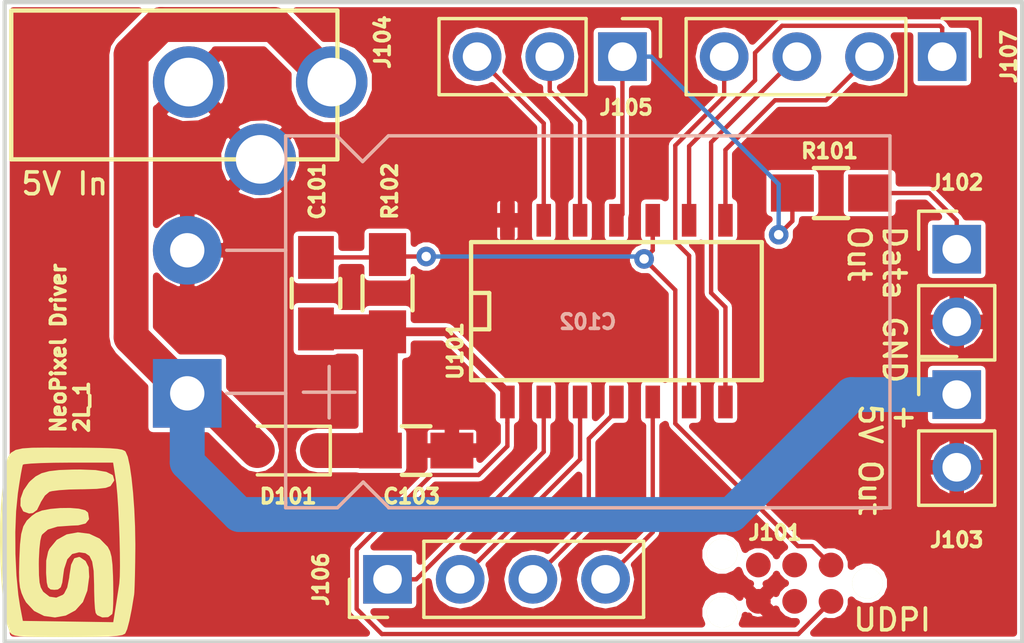
<source format=kicad_pcb>
(kicad_pcb (version 4) (host pcbnew 4.0.7)

  (general
    (links 31)
    (no_connects 0)
    (area 134.544999 84.252999 170.255001 106.755001)
    (thickness 1.6)
    (drawings 9)
    (tracks 101)
    (zones 0)
    (modules 15)
    (nets 17)
  )

  (page A4)
  (layers
    (0 F.Cu signal)
    (31 B.Cu signal)
    (32 B.Adhes user)
    (33 F.Adhes user)
    (34 B.Paste user)
    (35 F.Paste user)
    (36 B.SilkS user)
    (37 F.SilkS user)
    (38 B.Mask user)
    (39 F.Mask user)
    (40 Dwgs.User user)
    (41 Cmts.User user)
    (42 Eco1.User user)
    (43 Eco2.User user)
    (44 Edge.Cuts user)
    (45 Margin user)
    (46 B.CrtYd user)
    (47 F.CrtYd user)
    (48 B.Fab user)
    (49 F.Fab user hide)
  )

  (setup
    (last_trace_width 1.2192)
    (user_trace_width 0.3048)
    (user_trace_width 0.6096)
    (user_trace_width 1.2192)
    (trace_clearance 0.1524)
    (zone_clearance 0.1016)
    (zone_45_only no)
    (trace_min 0.1524)
    (segment_width 0.2)
    (edge_width 0.15)
    (via_size 0.6858)
    (via_drill 0.3302)
    (via_min_size 0.6858)
    (via_min_drill 0.3302)
    (uvia_size 0.3)
    (uvia_drill 0.1)
    (uvias_allowed no)
    (uvia_min_size 0.2)
    (uvia_min_drill 0.1)
    (pcb_text_width 0.3)
    (pcb_text_size 1.5 1.5)
    (mod_edge_width 0.15)
    (mod_text_size 0.508 0.508)
    (mod_text_width 0.127)
    (pad_size 1.7 1.7)
    (pad_drill 1)
    (pad_to_mask_clearance 0)
    (aux_axis_origin 0 0)
    (visible_elements FFFEFF7F)
    (pcbplotparams
      (layerselection 0x00030_80000001)
      (usegerberextensions false)
      (excludeedgelayer true)
      (linewidth 0.076200)
      (plotframeref false)
      (viasonmask false)
      (mode 1)
      (useauxorigin false)
      (hpglpennumber 1)
      (hpglpenspeed 20)
      (hpglpendiameter 15)
      (hpglpenoverlay 2)
      (psnegative false)
      (psa4output false)
      (plotreference true)
      (plotvalue true)
      (plotinvisibletext false)
      (padsonsilk false)
      (subtractmaskfromsilk false)
      (outputformat 1)
      (mirror false)
      (drillshape 1)
      (scaleselection 1)
      (outputdirectory ""))
  )

  (net 0 "")
  (net 1 /5V)
  (net 2 GND)
  (net 3 /VDD)
  (net 4 /PDI_DATA)
  (net 5 /PB0)
  (net 6 /PB1)
  (net 7 /PB2)
  (net 8 /PB3)
  (net 9 /PA1)
  (net 10 /PA2)
  (net 11 /PA3)
  (net 12 /PA4)
  (net 13 /PA5)
  (net 14 /PA6)
  (net 15 /PA7)
  (net 16 /NP_DATA)

  (net_class Default "This is the default net class."
    (clearance 0.1524)
    (trace_width 0.1524)
    (via_dia 0.6858)
    (via_drill 0.3302)
    (uvia_dia 0.3)
    (uvia_drill 0.1)
    (add_net /5V)
    (add_net /NP_DATA)
    (add_net /PA1)
    (add_net /PA2)
    (add_net /PA3)
    (add_net /PA4)
    (add_net /PA5)
    (add_net /PA6)
    (add_net /PA7)
    (add_net /PB0)
    (add_net /PB1)
    (add_net /PB2)
    (add_net /PB3)
    (add_net /PDI_DATA)
    (add_net /VDD)
    (add_net GND)
  )

  (module Capacitors_SMD:C_0805_HandSoldering (layer F.Cu) (tedit 59FB73FA) (tstamp 59FEC83C)
    (at 145.5 94.5 90)
    (descr "Capacitor SMD 0805, hand soldering")
    (tags "capacitor 0805")
    (path /59EF9591)
    (attr smd)
    (fp_text reference C101 (at 3.568 0.042 90) (layer F.SilkS)
      (effects (font (size 0.508 0.508) (thickness 0.127)))
    )
    (fp_text value "100nF 50V" (at 0 2.1 90) (layer F.Fab)
      (effects (font (size 0.508 0.508) (thickness 0.127)))
    )
    (fp_line (start -1 0.625) (end -1 -0.625) (layer F.Fab) (width 0.15))
    (fp_line (start 1 0.625) (end -1 0.625) (layer F.Fab) (width 0.15))
    (fp_line (start 1 -0.625) (end 1 0.625) (layer F.Fab) (width 0.15))
    (fp_line (start -1 -0.625) (end 1 -0.625) (layer F.Fab) (width 0.15))
    (fp_line (start -2.3 -1) (end 2.3 -1) (layer F.CrtYd) (width 0.05))
    (fp_line (start -2.3 1) (end 2.3 1) (layer F.CrtYd) (width 0.05))
    (fp_line (start -2.3 -1) (end -2.3 1) (layer F.CrtYd) (width 0.05))
    (fp_line (start 2.3 -1) (end 2.3 1) (layer F.CrtYd) (width 0.05))
    (fp_line (start 0.5 -0.85) (end -0.5 -0.85) (layer F.SilkS) (width 0.15))
    (fp_line (start -0.5 0.85) (end 0.5 0.85) (layer F.SilkS) (width 0.15))
    (pad 1 smd rect (at -1.25 0 90) (size 1.5 1.25) (layers F.Cu F.Paste F.Mask)
      (net 3 /VDD))
    (pad 2 smd rect (at 1.25 0 90) (size 1.5 1.25) (layers F.Cu F.Paste F.Mask)
      (net 4 /PDI_DATA))
    (model Capacitors_SMD.3dshapes/C_0805_HandSoldering.wrl
      (at (xyz 0 0 0))
      (scale (xyz 1 1 1))
      (rotate (xyz 0 0 0))
    )
  )

  (module advent_sternla:CP_Radial_L21.0mm_D13.0mm_P5.00mm_Horizontal (layer B.Cu) (tedit 59FB6AB6) (tstamp 59FEC863)
    (at 141 95.5)
    (descr "CP, Radial series, Radial, Horizontal, pin pitch=5mm, , length*diameter=21*13mm^2, Electrolytic Capacitor")
    (tags "CP Radal series Radial Horizontal pin pitch 5mm  length 21mm diameter 13mm Electrolytic Capacitor")
    (path /59F0F869)
    (fp_text reference C102 (at 14 0) (layer B.SilkS)
      (effects (font (size 0.508 0.508) (thickness 0.127)) (justify mirror))
    )
    (fp_text value "1000μF 25V" (at 14 -5.06) (layer B.Fab)
      (effects (font (size 0.508 0.508) (thickness 0.127)) (justify mirror))
    )
    (fp_line (start 0 -2.5) (end 3.5 -2.5) (layer B.Fab) (width 0.1))
    (fp_line (start 1.38 -2.5) (end 3.44 -2.5) (layer B.SilkS) (width 0.12))
    (fp_line (start 3.5 6.45) (end 3.5 -6.45) (layer B.Fab) (width 0.1))
    (fp_line (start 24.5 6.45) (end 24.5 -6.45) (layer B.Fab) (width 0.1))
    (fp_line (start 3.5 6.45) (end 5.24 6.45) (layer B.Fab) (width 0.1))
    (fp_line (start 5.25 6.44) (end 6.15 5.54) (layer B.Fab) (width 0.1))
    (fp_line (start 6.15 5.54) (end 7.05 6.44) (layer B.Fab) (width 0.1))
    (fp_line (start 7.04 6.45) (end 24.5 6.45) (layer B.Fab) (width 0.1))
    (fp_line (start 3.5 -6.45) (end 5.24 -6.45) (layer B.Fab) (width 0.1))
    (fp_line (start 5.23 -6.44) (end 6.13 -5.54) (layer B.Fab) (width 0.1))
    (fp_line (start 6.13 -5.54) (end 7.03 -6.44) (layer B.Fab) (width 0.1))
    (fp_line (start 7.04 -6.45) (end 24.5 -6.45) (layer B.Fab) (width 0.1))
    (fp_line (start 0 2.5) (end 3.5 2.5) (layer B.Fab) (width 0.1))
    (fp_line (start 4.06 2.46) (end 5.86 2.46) (layer B.Fab) (width 0.1))
    (fp_line (start 4.96 3.36) (end 4.96 1.56) (layer B.Fab) (width 0.1))
    (fp_line (start 4.06 2.46) (end 5.86 2.46) (layer B.SilkS) (width 0.12))
    (fp_line (start 4.96 3.36) (end 4.96 1.56) (layer B.SilkS) (width 0.12))
    (fp_line (start 3.44 6.5) (end 3.44 -6.5) (layer B.SilkS) (width 0.12))
    (fp_line (start 24.56 6.5) (end 24.56 -6.5) (layer B.SilkS) (width 0.12))
    (fp_line (start 3.44 6.5) (end 5.24 6.5) (layer B.SilkS) (width 0.12))
    (fp_line (start 5.25 6.5) (end 6.15 5.6) (layer B.SilkS) (width 0.12))
    (fp_line (start 6.15 5.6) (end 7.05 6.5) (layer B.SilkS) (width 0.12))
    (fp_line (start 7.04 6.5) (end 24.56 6.5) (layer B.SilkS) (width 0.12))
    (fp_line (start 3.44 -6.5) (end 5.24 -6.5) (layer B.SilkS) (width 0.12))
    (fp_line (start 5.23 -6.5) (end 6.13 -5.6) (layer B.SilkS) (width 0.12))
    (fp_line (start 6.13 -5.6) (end 7.03 -6.5) (layer B.SilkS) (width 0.12))
    (fp_line (start 7.04 -6.5) (end 24.56 -6.5) (layer B.SilkS) (width 0.12))
    (fp_line (start 1.38 2.5) (end 3.44 2.5) (layer B.SilkS) (width 0.12))
    (fp_line (start -1.45 7) (end -1.45 -7) (layer B.CrtYd) (width 0.05))
    (fp_line (start -1.45 -7) (end 25 -7) (layer B.CrtYd) (width 0.05))
    (fp_line (start 25 -7) (end 25 7) (layer B.CrtYd) (width 0.05))
    (fp_line (start 25 7) (end -1.45 7) (layer B.CrtYd) (width 0.05))
    (fp_text user %R (at 14 0) (layer B.Fab)
      (effects (font (size 0.508 0.508) (thickness 0.127)) (justify mirror))
    )
    (pad 1 thru_hole rect (at 0 2.5) (size 2.4 2.4) (drill 1.2) (layers *.Cu *.Mask)
      (net 1 /5V))
    (pad 2 thru_hole oval (at 0 -2.5) (size 2.4 2.4) (drill 1.2) (layers *.Cu *.Mask)
      (net 2 GND))
  )

  (module Capacitors_SMD:C_0805_HandSoldering (layer F.Cu) (tedit 59FB7405) (tstamp 59FEC873)
    (at 149 100)
    (descr "Capacitor SMD 0805, hand soldering")
    (tags "capacitor 0805")
    (path /59EF980D)
    (attr smd)
    (fp_text reference C103 (at -0.156 1.6) (layer F.SilkS)
      (effects (font (size 0.508 0.508) (thickness 0.127)))
    )
    (fp_text value "1μF 16V" (at 0 2.1) (layer F.Fab)
      (effects (font (size 0.508 0.508) (thickness 0.127)))
    )
    (fp_line (start -1 0.625) (end -1 -0.625) (layer F.Fab) (width 0.15))
    (fp_line (start 1 0.625) (end -1 0.625) (layer F.Fab) (width 0.15))
    (fp_line (start 1 -0.625) (end 1 0.625) (layer F.Fab) (width 0.15))
    (fp_line (start -1 -0.625) (end 1 -0.625) (layer F.Fab) (width 0.15))
    (fp_line (start -2.3 -1) (end 2.3 -1) (layer F.CrtYd) (width 0.05))
    (fp_line (start -2.3 1) (end 2.3 1) (layer F.CrtYd) (width 0.05))
    (fp_line (start -2.3 -1) (end -2.3 1) (layer F.CrtYd) (width 0.05))
    (fp_line (start 2.3 -1) (end 2.3 1) (layer F.CrtYd) (width 0.05))
    (fp_line (start 0.5 -0.85) (end -0.5 -0.85) (layer F.SilkS) (width 0.15))
    (fp_line (start -0.5 0.85) (end 0.5 0.85) (layer F.SilkS) (width 0.15))
    (pad 1 smd rect (at -1.25 0) (size 1.5 1.25) (layers F.Cu F.Paste F.Mask)
      (net 3 /VDD))
    (pad 2 smd rect (at 1.25 0) (size 1.5 1.25) (layers F.Cu F.Paste F.Mask)
      (net 2 GND))
    (model Capacitors_SMD.3dshapes/C_0805_HandSoldering.wrl
      (at (xyz 0 0 0))
      (scale (xyz 1 1 1))
      (rotate (xyz 0 0 0))
    )
  )

  (module Diodes_SMD:D_SOD-323 (layer F.Cu) (tedit 59FB740B) (tstamp 59FEC88B)
    (at 144.5 100 180)
    (descr SOD-323)
    (tags SOD-323)
    (path /59F5F260)
    (attr smd)
    (fp_text reference D101 (at -0.026 -1.6 180) (layer F.SilkS)
      (effects (font (size 0.508 0.508) (thickness 0.127)))
    )
    (fp_text value 1N4148WSTR (at 0.1 1.9 180) (layer F.Fab)
      (effects (font (size 0.508 0.508) (thickness 0.127)))
    )
    (fp_text user %R (at 0 -1.85 180) (layer F.Fab)
      (effects (font (size 0.508 0.508) (thickness 0.127)))
    )
    (fp_line (start -1.5 -0.85) (end -1.5 0.85) (layer F.SilkS) (width 0.12))
    (fp_line (start 0.2 0) (end 0.45 0) (layer F.Fab) (width 0.1))
    (fp_line (start 0.2 0.35) (end -0.3 0) (layer F.Fab) (width 0.1))
    (fp_line (start 0.2 -0.35) (end 0.2 0.35) (layer F.Fab) (width 0.1))
    (fp_line (start -0.3 0) (end 0.2 -0.35) (layer F.Fab) (width 0.1))
    (fp_line (start -0.3 0) (end -0.5 0) (layer F.Fab) (width 0.1))
    (fp_line (start -0.3 -0.35) (end -0.3 0.35) (layer F.Fab) (width 0.1))
    (fp_line (start -0.9 0.7) (end -0.9 -0.7) (layer F.Fab) (width 0.1))
    (fp_line (start 0.9 0.7) (end -0.9 0.7) (layer F.Fab) (width 0.1))
    (fp_line (start 0.9 -0.7) (end 0.9 0.7) (layer F.Fab) (width 0.1))
    (fp_line (start -0.9 -0.7) (end 0.9 -0.7) (layer F.Fab) (width 0.1))
    (fp_line (start -1.6 -0.95) (end 1.6 -0.95) (layer F.CrtYd) (width 0.05))
    (fp_line (start 1.6 -0.95) (end 1.6 0.95) (layer F.CrtYd) (width 0.05))
    (fp_line (start -1.6 0.95) (end 1.6 0.95) (layer F.CrtYd) (width 0.05))
    (fp_line (start -1.6 -0.95) (end -1.6 0.95) (layer F.CrtYd) (width 0.05))
    (fp_line (start -1.5 0.85) (end 1.05 0.85) (layer F.SilkS) (width 0.12))
    (fp_line (start -1.5 -0.85) (end 1.05 -0.85) (layer F.SilkS) (width 0.12))
    (pad 1 smd rect (at -1.05 0 180) (size 0.6 0.45) (layers F.Cu F.Paste F.Mask)
      (net 3 /VDD))
    (pad 2 smd rect (at 1.05 0 180) (size 0.6 0.45) (layers F.Cu F.Paste F.Mask)
      (net 1 /5V))
    (model ${KISYS3DMOD}/Diodes_SMD.3dshapes/D_SOD-323.wrl
      (at (xyz 0 0 0))
      (scale (xyz 1 1 1))
      (rotate (xyz 0 0 0))
    )
  )

  (module Pin_Headers:Pin_Header_Straight_1x02_Pitch2.54mm (layer F.Cu) (tedit 59650532) (tstamp 59FEC8BD)
    (at 167.894 92.964)
    (descr "Through hole straight pin header, 1x02, 2.54mm pitch, single row")
    (tags "Through hole pin header THT 1x02 2.54mm single row")
    (path /59F0DA81)
    (fp_text reference J102 (at 0 -2.33) (layer F.SilkS)
      (effects (font (size 0.508 0.508) (thickness 0.127)))
    )
    (fp_text value "NeoPixel Data" (at 0 4.87) (layer F.Fab)
      (effects (font (size 0.508 0.508) (thickness 0.127)))
    )
    (fp_line (start -0.635 -1.27) (end 1.27 -1.27) (layer F.Fab) (width 0.1))
    (fp_line (start 1.27 -1.27) (end 1.27 3.81) (layer F.Fab) (width 0.1))
    (fp_line (start 1.27 3.81) (end -1.27 3.81) (layer F.Fab) (width 0.1))
    (fp_line (start -1.27 3.81) (end -1.27 -0.635) (layer F.Fab) (width 0.1))
    (fp_line (start -1.27 -0.635) (end -0.635 -1.27) (layer F.Fab) (width 0.1))
    (fp_line (start -1.33 3.87) (end 1.33 3.87) (layer F.SilkS) (width 0.12))
    (fp_line (start -1.33 1.27) (end -1.33 3.87) (layer F.SilkS) (width 0.12))
    (fp_line (start 1.33 1.27) (end 1.33 3.87) (layer F.SilkS) (width 0.12))
    (fp_line (start -1.33 1.27) (end 1.33 1.27) (layer F.SilkS) (width 0.12))
    (fp_line (start -1.33 0) (end -1.33 -1.33) (layer F.SilkS) (width 0.12))
    (fp_line (start -1.33 -1.33) (end 0 -1.33) (layer F.SilkS) (width 0.12))
    (fp_line (start -1.8 -1.8) (end -1.8 4.35) (layer F.CrtYd) (width 0.05))
    (fp_line (start -1.8 4.35) (end 1.8 4.35) (layer F.CrtYd) (width 0.05))
    (fp_line (start 1.8 4.35) (end 1.8 -1.8) (layer F.CrtYd) (width 0.05))
    (fp_line (start 1.8 -1.8) (end -1.8 -1.8) (layer F.CrtYd) (width 0.05))
    (fp_text user %R (at 0 1.27 90) (layer F.Fab)
      (effects (font (size 0.508 0.508) (thickness 0.127)))
    )
    (pad 1 thru_hole rect (at 0 0) (size 1.7 1.7) (drill 1) (layers *.Cu *.Mask)
      (net 16 /NP_DATA))
    (pad 2 thru_hole oval (at 0 2.54) (size 1.7 1.7) (drill 1) (layers *.Cu *.Mask)
      (net 2 GND))
    (model ${KISYS3DMOD}/Pin_Headers.3dshapes/Pin_Header_Straight_1x02_Pitch2.54mm.wrl
      (at (xyz 0 0 0))
      (scale (xyz 1 1 1))
      (rotate (xyz 0 0 0))
    )
  )

  (module Pin_Headers:Pin_Header_Straight_1x02_Pitch2.54mm (layer F.Cu) (tedit 59FB73C1) (tstamp 59FEC8D3)
    (at 167.894 98.044)
    (descr "Through hole straight pin header, 1x02, 2.54mm pitch, single row")
    (tags "Through hole pin header THT 1x02 2.54mm single row")
    (path /59F0DC96)
    (fp_text reference J103 (at 0 5.08 180) (layer F.SilkS)
      (effects (font (size 0.508 0.508) (thickness 0.127)))
    )
    (fp_text value "Power Out" (at 0 4.87) (layer F.Fab)
      (effects (font (size 0.508 0.508) (thickness 0.127)))
    )
    (fp_line (start -0.635 -1.27) (end 1.27 -1.27) (layer F.Fab) (width 0.1))
    (fp_line (start 1.27 -1.27) (end 1.27 3.81) (layer F.Fab) (width 0.1))
    (fp_line (start 1.27 3.81) (end -1.27 3.81) (layer F.Fab) (width 0.1))
    (fp_line (start -1.27 3.81) (end -1.27 -0.635) (layer F.Fab) (width 0.1))
    (fp_line (start -1.27 -0.635) (end -0.635 -1.27) (layer F.Fab) (width 0.1))
    (fp_line (start -1.33 3.87) (end 1.33 3.87) (layer F.SilkS) (width 0.12))
    (fp_line (start -1.33 1.27) (end -1.33 3.87) (layer F.SilkS) (width 0.12))
    (fp_line (start 1.33 1.27) (end 1.33 3.87) (layer F.SilkS) (width 0.12))
    (fp_line (start -1.33 1.27) (end 1.33 1.27) (layer F.SilkS) (width 0.12))
    (fp_line (start -1.33 0) (end -1.33 -1.33) (layer F.SilkS) (width 0.12))
    (fp_line (start -1.33 -1.33) (end 0 -1.33) (layer F.SilkS) (width 0.12))
    (fp_line (start -1.8 -1.8) (end -1.8 4.35) (layer F.CrtYd) (width 0.05))
    (fp_line (start -1.8 4.35) (end 1.8 4.35) (layer F.CrtYd) (width 0.05))
    (fp_line (start 1.8 4.35) (end 1.8 -1.8) (layer F.CrtYd) (width 0.05))
    (fp_line (start 1.8 -1.8) (end -1.8 -1.8) (layer F.CrtYd) (width 0.05))
    (fp_text user %R (at 0 1.27 90) (layer F.Fab)
      (effects (font (size 0.508 0.508) (thickness 0.127)))
    )
    (pad 1 thru_hole rect (at 0 0) (size 1.7 1.7) (drill 1) (layers *.Cu *.Mask)
      (net 1 /5V))
    (pad 2 thru_hole oval (at 0 2.54) (size 1.7 1.7) (drill 1) (layers *.Cu *.Mask)
      (net 2 GND))
    (model ${KISYS3DMOD}/Pin_Headers.3dshapes/Pin_Header_Straight_1x02_Pitch2.54mm.wrl
      (at (xyz 0 0 0))
      (scale (xyz 1 1 1))
      (rotate (xyz 0 0 0))
    )
  )

  (module Pin_Headers:Pin_Header_Straight_1x03_Pitch2.54mm (layer F.Cu) (tedit 59650532) (tstamp 59FEC901)
    (at 156.21 86.233 270)
    (descr "Through hole straight pin header, 1x03, 2.54mm pitch, single row")
    (tags "Through hole pin header THT 1x03 2.54mm single row")
    (path /59EF8E2B)
    (fp_text reference J105 (at 1.778 -0.127 360) (layer F.SilkS)
      (effects (font (size 0.508 0.508) (thickness 0.127)))
    )
    (fp_text value GPIO_A (at 0 7.41 270) (layer F.Fab)
      (effects (font (size 0.508 0.508) (thickness 0.127)))
    )
    (fp_line (start -0.635 -1.27) (end 1.27 -1.27) (layer F.Fab) (width 0.1))
    (fp_line (start 1.27 -1.27) (end 1.27 6.35) (layer F.Fab) (width 0.1))
    (fp_line (start 1.27 6.35) (end -1.27 6.35) (layer F.Fab) (width 0.1))
    (fp_line (start -1.27 6.35) (end -1.27 -0.635) (layer F.Fab) (width 0.1))
    (fp_line (start -1.27 -0.635) (end -0.635 -1.27) (layer F.Fab) (width 0.1))
    (fp_line (start -1.33 6.41) (end 1.33 6.41) (layer F.SilkS) (width 0.12))
    (fp_line (start -1.33 1.27) (end -1.33 6.41) (layer F.SilkS) (width 0.12))
    (fp_line (start 1.33 1.27) (end 1.33 6.41) (layer F.SilkS) (width 0.12))
    (fp_line (start -1.33 1.27) (end 1.33 1.27) (layer F.SilkS) (width 0.12))
    (fp_line (start -1.33 0) (end -1.33 -1.33) (layer F.SilkS) (width 0.12))
    (fp_line (start -1.33 -1.33) (end 0 -1.33) (layer F.SilkS) (width 0.12))
    (fp_line (start -1.8 -1.8) (end -1.8 6.85) (layer F.CrtYd) (width 0.05))
    (fp_line (start -1.8 6.85) (end 1.8 6.85) (layer F.CrtYd) (width 0.05))
    (fp_line (start 1.8 6.85) (end 1.8 -1.8) (layer F.CrtYd) (width 0.05))
    (fp_line (start 1.8 -1.8) (end -1.8 -1.8) (layer F.CrtYd) (width 0.05))
    (fp_text user %R (at 0 2.54 360) (layer F.Fab)
      (effects (font (size 0.508 0.508) (thickness 0.127)))
    )
    (pad 1 thru_hole rect (at 0 0 270) (size 1.7 1.7) (drill 1) (layers *.Cu *.Mask)
      (net 9 /PA1))
    (pad 2 thru_hole oval (at 0 2.54 270) (size 1.7 1.7) (drill 1) (layers *.Cu *.Mask)
      (net 10 /PA2))
    (pad 3 thru_hole oval (at 0 5.08 270) (size 1.7 1.7) (drill 1) (layers *.Cu *.Mask)
      (net 11 /PA3))
    (model ${KISYS3DMOD}/Pin_Headers.3dshapes/Pin_Header_Straight_1x03_Pitch2.54mm.wrl
      (at (xyz 0 0 0))
      (scale (xyz 1 1 1))
      (rotate (xyz 0 0 0))
    )
  )

  (module Pin_Headers:Pin_Header_Straight_1x04_Pitch2.54mm (layer F.Cu) (tedit 59650532) (tstamp 59FEC919)
    (at 148 104.5 90)
    (descr "Through hole straight pin header, 1x04, 2.54mm pitch, single row")
    (tags "Through hole pin header THT 1x04 2.54mm single row")
    (path /59EF8DC0)
    (fp_text reference J106 (at 0 -2.33 90) (layer F.SilkS)
      (effects (font (size 0.508 0.508) (thickness 0.127)))
    )
    (fp_text value GPIO_B (at 0 9.95 90) (layer F.Fab)
      (effects (font (size 0.508 0.508) (thickness 0.127)))
    )
    (fp_line (start -0.635 -1.27) (end 1.27 -1.27) (layer F.Fab) (width 0.1))
    (fp_line (start 1.27 -1.27) (end 1.27 8.89) (layer F.Fab) (width 0.1))
    (fp_line (start 1.27 8.89) (end -1.27 8.89) (layer F.Fab) (width 0.1))
    (fp_line (start -1.27 8.89) (end -1.27 -0.635) (layer F.Fab) (width 0.1))
    (fp_line (start -1.27 -0.635) (end -0.635 -1.27) (layer F.Fab) (width 0.1))
    (fp_line (start -1.33 8.95) (end 1.33 8.95) (layer F.SilkS) (width 0.12))
    (fp_line (start -1.33 1.27) (end -1.33 8.95) (layer F.SilkS) (width 0.12))
    (fp_line (start 1.33 1.27) (end 1.33 8.95) (layer F.SilkS) (width 0.12))
    (fp_line (start -1.33 1.27) (end 1.33 1.27) (layer F.SilkS) (width 0.12))
    (fp_line (start -1.33 0) (end -1.33 -1.33) (layer F.SilkS) (width 0.12))
    (fp_line (start -1.33 -1.33) (end 0 -1.33) (layer F.SilkS) (width 0.12))
    (fp_line (start -1.8 -1.8) (end -1.8 9.4) (layer F.CrtYd) (width 0.05))
    (fp_line (start -1.8 9.4) (end 1.8 9.4) (layer F.CrtYd) (width 0.05))
    (fp_line (start 1.8 9.4) (end 1.8 -1.8) (layer F.CrtYd) (width 0.05))
    (fp_line (start 1.8 -1.8) (end -1.8 -1.8) (layer F.CrtYd) (width 0.05))
    (fp_text user %R (at 0 3.81 180) (layer F.Fab)
      (effects (font (size 0.508 0.508) (thickness 0.127)))
    )
    (pad 1 thru_hole rect (at 0 0 90) (size 1.7 1.7) (drill 1) (layers *.Cu *.Mask)
      (net 12 /PA4))
    (pad 2 thru_hole oval (at 0 2.54 90) (size 1.7 1.7) (drill 1) (layers *.Cu *.Mask)
      (net 13 /PA5))
    (pad 3 thru_hole oval (at 0 5.08 90) (size 1.7 1.7) (drill 1) (layers *.Cu *.Mask)
      (net 14 /PA6))
    (pad 4 thru_hole oval (at 0 7.62 90) (size 1.7 1.7) (drill 1) (layers *.Cu *.Mask)
      (net 15 /PA7))
    (model ${KISYS3DMOD}/Pin_Headers.3dshapes/Pin_Header_Straight_1x04_Pitch2.54mm.wrl
      (at (xyz 0 0 0))
      (scale (xyz 1 1 1))
      (rotate (xyz 0 0 0))
    )
  )

  (module Pin_Headers:Pin_Header_Straight_1x04_Pitch2.54mm (layer F.Cu) (tedit 59650532) (tstamp 59FEC931)
    (at 167.386 86.233 270)
    (descr "Through hole straight pin header, 1x04, 2.54mm pitch, single row")
    (tags "Through hole pin header THT 1x04 2.54mm single row")
    (path /59EF90A2)
    (fp_text reference J107 (at 0 -2.33 270) (layer F.SilkS)
      (effects (font (size 0.508 0.508) (thickness 0.127)))
    )
    (fp_text value GPIO_C (at 0 9.95 270) (layer F.Fab)
      (effects (font (size 0.508 0.508) (thickness 0.127)))
    )
    (fp_line (start -0.635 -1.27) (end 1.27 -1.27) (layer F.Fab) (width 0.1))
    (fp_line (start 1.27 -1.27) (end 1.27 8.89) (layer F.Fab) (width 0.1))
    (fp_line (start 1.27 8.89) (end -1.27 8.89) (layer F.Fab) (width 0.1))
    (fp_line (start -1.27 8.89) (end -1.27 -0.635) (layer F.Fab) (width 0.1))
    (fp_line (start -1.27 -0.635) (end -0.635 -1.27) (layer F.Fab) (width 0.1))
    (fp_line (start -1.33 8.95) (end 1.33 8.95) (layer F.SilkS) (width 0.12))
    (fp_line (start -1.33 1.27) (end -1.33 8.95) (layer F.SilkS) (width 0.12))
    (fp_line (start 1.33 1.27) (end 1.33 8.95) (layer F.SilkS) (width 0.12))
    (fp_line (start -1.33 1.27) (end 1.33 1.27) (layer F.SilkS) (width 0.12))
    (fp_line (start -1.33 0) (end -1.33 -1.33) (layer F.SilkS) (width 0.12))
    (fp_line (start -1.33 -1.33) (end 0 -1.33) (layer F.SilkS) (width 0.12))
    (fp_line (start -1.8 -1.8) (end -1.8 9.4) (layer F.CrtYd) (width 0.05))
    (fp_line (start -1.8 9.4) (end 1.8 9.4) (layer F.CrtYd) (width 0.05))
    (fp_line (start 1.8 9.4) (end 1.8 -1.8) (layer F.CrtYd) (width 0.05))
    (fp_line (start 1.8 -1.8) (end -1.8 -1.8) (layer F.CrtYd) (width 0.05))
    (fp_text user %R (at 0 3.81 360) (layer F.Fab)
      (effects (font (size 0.508 0.508) (thickness 0.127)))
    )
    (pad 1 thru_hole rect (at 0 0 270) (size 1.7 1.7) (drill 1) (layers *.Cu *.Mask)
      (net 5 /PB0))
    (pad 2 thru_hole oval (at 0 2.54 270) (size 1.7 1.7) (drill 1) (layers *.Cu *.Mask)
      (net 6 /PB1))
    (pad 3 thru_hole oval (at 0 5.08 270) (size 1.7 1.7) (drill 1) (layers *.Cu *.Mask)
      (net 7 /PB2))
    (pad 4 thru_hole oval (at 0 7.62 270) (size 1.7 1.7) (drill 1) (layers *.Cu *.Mask)
      (net 8 /PB3))
    (model ${KISYS3DMOD}/Pin_Headers.3dshapes/Pin_Header_Straight_1x04_Pitch2.54mm.wrl
      (at (xyz 0 0 0))
      (scale (xyz 1 1 1))
      (rotate (xyz 0 0 0))
    )
  )

  (module Resistors_SMD:R_0805_HandSoldering (layer F.Cu) (tedit 59FB73F0) (tstamp 59FEC941)
    (at 163.5 91)
    (descr "Resistor SMD 0805, hand soldering")
    (tags "resistor 0805")
    (path /59EFA380)
    (attr smd)
    (fp_text reference R101 (at -0.051 -1.465) (layer F.SilkS)
      (effects (font (size 0.508 0.508) (thickness 0.127)))
    )
    (fp_text value 4k7Ω (at 0 2.1) (layer F.Fab)
      (effects (font (size 0.508 0.508) (thickness 0.127)))
    )
    (fp_line (start -1 0.625) (end -1 -0.625) (layer F.Fab) (width 0.1))
    (fp_line (start 1 0.625) (end -1 0.625) (layer F.Fab) (width 0.1))
    (fp_line (start 1 -0.625) (end 1 0.625) (layer F.Fab) (width 0.1))
    (fp_line (start -1 -0.625) (end 1 -0.625) (layer F.Fab) (width 0.1))
    (fp_line (start -2.4 -1) (end 2.4 -1) (layer F.CrtYd) (width 0.05))
    (fp_line (start -2.4 1) (end 2.4 1) (layer F.CrtYd) (width 0.05))
    (fp_line (start -2.4 -1) (end -2.4 1) (layer F.CrtYd) (width 0.05))
    (fp_line (start 2.4 -1) (end 2.4 1) (layer F.CrtYd) (width 0.05))
    (fp_line (start 0.6 0.875) (end -0.6 0.875) (layer F.SilkS) (width 0.15))
    (fp_line (start -0.6 -0.875) (end 0.6 -0.875) (layer F.SilkS) (width 0.15))
    (pad 1 smd rect (at -1.35 0) (size 1.5 1.3) (layers F.Cu F.Paste F.Mask)
      (net 9 /PA1))
    (pad 2 smd rect (at 1.35 0) (size 1.5 1.3) (layers F.Cu F.Paste F.Mask)
      (net 16 /NP_DATA))
    (model Resistors_SMD.3dshapes/R_0805_HandSoldering.wrl
      (at (xyz 0 0 0))
      (scale (xyz 1 1 1))
      (rotate (xyz 0 0 0))
    )
  )

  (module Resistors_SMD:R_0805_HandSoldering (layer F.Cu) (tedit 59FB73F5) (tstamp 59FEC951)
    (at 148 94.5 270)
    (descr "Resistor SMD 0805, hand soldering")
    (tags "resistor 0805")
    (path /59EF6A7A)
    (attr smd)
    (fp_text reference R102 (at -3.568 -0.082 270) (layer F.SilkS)
      (effects (font (size 0.508 0.508) (thickness 0.127)))
    )
    (fp_text value 47kΩ (at 0 2.1 270) (layer F.Fab)
      (effects (font (size 0.508 0.508) (thickness 0.127)))
    )
    (fp_line (start -1 0.625) (end -1 -0.625) (layer F.Fab) (width 0.1))
    (fp_line (start 1 0.625) (end -1 0.625) (layer F.Fab) (width 0.1))
    (fp_line (start 1 -0.625) (end 1 0.625) (layer F.Fab) (width 0.1))
    (fp_line (start -1 -0.625) (end 1 -0.625) (layer F.Fab) (width 0.1))
    (fp_line (start -2.4 -1) (end 2.4 -1) (layer F.CrtYd) (width 0.05))
    (fp_line (start -2.4 1) (end 2.4 1) (layer F.CrtYd) (width 0.05))
    (fp_line (start -2.4 -1) (end -2.4 1) (layer F.CrtYd) (width 0.05))
    (fp_line (start 2.4 -1) (end 2.4 1) (layer F.CrtYd) (width 0.05))
    (fp_line (start 0.6 0.875) (end -0.6 0.875) (layer F.SilkS) (width 0.15))
    (fp_line (start -0.6 -0.875) (end 0.6 -0.875) (layer F.SilkS) (width 0.15))
    (pad 1 smd rect (at -1.35 0 270) (size 1.5 1.3) (layers F.Cu F.Paste F.Mask)
      (net 4 /PDI_DATA))
    (pad 2 smd rect (at 1.35 0 270) (size 1.5 1.3) (layers F.Cu F.Paste F.Mask)
      (net 3 /VDD))
    (model Resistors_SMD.3dshapes/R_0805_HandSoldering.wrl
      (at (xyz 0 0 0))
      (scale (xyz 1 1 1))
      (rotate (xyz 0 0 0))
    )
  )

  (module SMD_Packages:SOIC-14_N (layer F.Cu) (tedit 0) (tstamp 59FEC96A)
    (at 156 95)
    (descr "Module CMS SOJ 14 pins Large")
    (tags "CMS SOJ")
    (path /59EF6A42)
    (attr smd)
    (fp_text reference U101 (at -5.632 1.52 90) (layer F.SilkS)
      (effects (font (size 0.508 0.508) (thickness 0.127)))
    )
    (fp_text value ATTINY1614 (at 0 1.27) (layer F.Fab)
      (effects (font (size 0.508 0.508) (thickness 0.127)))
    )
    (fp_line (start 5.08 -2.286) (end 5.08 2.54) (layer F.SilkS) (width 0.15))
    (fp_line (start 5.08 2.54) (end -5.08 2.54) (layer F.SilkS) (width 0.15))
    (fp_line (start -5.08 2.54) (end -5.08 -2.286) (layer F.SilkS) (width 0.15))
    (fp_line (start -5.08 -2.286) (end 5.08 -2.286) (layer F.SilkS) (width 0.15))
    (fp_line (start -5.08 -0.508) (end -4.445 -0.508) (layer F.SilkS) (width 0.15))
    (fp_line (start -4.445 -0.508) (end -4.445 0.762) (layer F.SilkS) (width 0.15))
    (fp_line (start -4.445 0.762) (end -5.08 0.762) (layer F.SilkS) (width 0.15))
    (pad 1 smd rect (at -3.81 3.302) (size 0.508 1.143) (layers F.Cu F.Paste F.Mask)
      (net 3 /VDD))
    (pad 2 smd rect (at -2.54 3.302) (size 0.508 1.143) (layers F.Cu F.Paste F.Mask)
      (net 12 /PA4))
    (pad 3 smd rect (at -1.27 3.302) (size 0.508 1.143) (layers F.Cu F.Paste F.Mask)
      (net 13 /PA5))
    (pad 4 smd rect (at 0 3.302) (size 0.508 1.143) (layers F.Cu F.Paste F.Mask)
      (net 14 /PA6))
    (pad 5 smd rect (at 1.27 3.302) (size 0.508 1.143) (layers F.Cu F.Paste F.Mask)
      (net 15 /PA7))
    (pad 6 smd rect (at 2.54 3.302) (size 0.508 1.143) (layers F.Cu F.Paste F.Mask)
      (net 8 /PB3))
    (pad 7 smd rect (at 3.81 3.302) (size 0.508 1.143) (layers F.Cu F.Paste F.Mask)
      (net 7 /PB2))
    (pad 8 smd rect (at 3.81 -3.048) (size 0.508 1.143) (layers F.Cu F.Paste F.Mask)
      (net 6 /PB1))
    (pad 9 smd rect (at 2.54 -3.048) (size 0.508 1.143) (layers F.Cu F.Paste F.Mask)
      (net 5 /PB0))
    (pad 11 smd rect (at 0 -3.048) (size 0.508 1.143) (layers F.Cu F.Paste F.Mask)
      (net 9 /PA1))
    (pad 12 smd rect (at -1.27 -3.048) (size 0.508 1.143) (layers F.Cu F.Paste F.Mask)
      (net 10 /PA2))
    (pad 13 smd rect (at -2.54 -3.048) (size 0.508 1.143) (layers F.Cu F.Paste F.Mask)
      (net 11 /PA3))
    (pad 14 smd rect (at -3.81 -3.048) (size 0.508 1.143) (layers F.Cu F.Paste F.Mask)
      (net 2 GND))
    (pad 10 smd rect (at 1.27 -3.048) (size 0.508 1.143) (layers F.Cu F.Paste F.Mask)
      (net 4 /PDI_DATA))
    (model SMD_Packages.3dshapes/SOIC-14_N.wrl
      (at (xyz 0 0 0))
      (scale (xyz 0.5 0.4 0.5))
      (rotate (xyz 0 0 0))
    )
  )

  (module advent_sternla:PRG_TC2030-IDC-NL (layer F.Cu) (tedit 59FB73E9) (tstamp 59FB711E)
    (at 163.5 104 180)
    (path /59EF854F)
    (fp_text reference J101 (at 1.956 1.13 180) (layer F.SilkS)
      (effects (font (size 0.508 0.508) (thickness 0.127)))
    )
    (fp_text value UPDI (at 1.397 -2.54 180) (layer F.Fab)
      (effects (font (size 0.508 0.508) (thickness 0.127)))
    )
    (fp_line (start 0 -1.27) (end 2.54 -1.27) (layer F.Fab) (width 0.15))
    (fp_line (start 2.54 -1.27) (end 2.54 0) (layer F.Fab) (width 0.15))
    (fp_line (start 2.54 0) (end 0 0) (layer F.Fab) (width 0.15))
    (fp_line (start 0 0) (end 0 -1.27) (layer F.Fab) (width 0.15))
    (pad 6 smd circle (at 2.54 -1.27 180) (size 0.8636 0.8636) (layers F.Cu F.Paste F.Mask)
      (net 2 GND))
    (pad 5 smd circle (at 2.54 0 180) (size 0.8636 0.8636) (layers F.Cu F.Paste F.Mask))
    (pad 3 smd circle (at 1.27 0 180) (size 0.8636 0.8636) (layers F.Cu F.Paste F.Mask))
    (pad 4 smd circle (at 1.27 -1.27 180) (size 0.8636 0.8636) (layers F.Cu F.Paste F.Mask))
    (pad 2 smd circle (at 0 -1.27 180) (size 0.8636 0.8636) (layers F.Cu F.Paste F.Mask)
      (net 3 /VDD))
    (pad "" np_thru_hole circle (at -1.27 -0.635 180) (size 1.0668 1.0668) (drill 1.0668) (layers *.Cu F.SilkS F.Mask))
    (pad "" np_thru_hole circle (at 3.81 0.381 180) (size 1.0668 1.0668) (drill 1.0668) (layers *.Cu F.SilkS F.Mask))
    (pad "" np_thru_hole circle (at 3.81 -1.651 180) (size 1.0668 1.0668) (drill 1.0668) (layers *.Cu F.SilkS F.Mask))
    (pad 1 smd circle (at 0 0 180) (size 0.8636 0.8636) (layers F.Cu F.Paste F.Mask)
      (net 4 /PDI_DATA))
  )

  (module advent_sternla:MyBasic_rounded_50_1 (layer F.Cu) (tedit 0) (tstamp 5A046BC6)
    (at 136.779 103.251 90)
    (fp_text reference G*** (at 0 0 90) (layer F.SilkS) hide
      (effects (font (size 0.508 0.508) (thickness 0.127)))
    )
    (fp_text value LOGO (at 0.75 0 90) (layer F.SilkS) hide
      (effects (font (size 0.508 0.508) (thickness 0.127)))
    )
    (fp_poly (pts (xy 3.304378 -0.743582) (xy 3.302238 -0.149924) (xy 3.302 0.034945) (xy 3.300032 0.675217)
      (xy 3.293365 1.165453) (xy 3.280856 1.524914) (xy 3.261361 1.772861) (xy 3.233735 1.928554)
      (xy 3.196835 2.011252) (xy 3.183831 2.02467) (xy 3.016596 2.096142) (xy 2.878667 2.126474)
      (xy 2.878667 1.672748) (xy 2.878667 0.079371) (xy 2.874611 -0.441091) (xy 2.86325 -0.890668)
      (xy 2.845795 -1.244335) (xy 2.823453 -1.477063) (xy 2.799275 -1.563074) (xy 2.687827 -1.593908)
      (xy 2.445552 -1.640381) (xy 2.109493 -1.695905) (xy 1.762108 -1.747515) (xy 1.13364 -1.809464)
      (xy 0.406051 -1.837755) (xy -0.363863 -1.833503) (xy -1.119308 -1.797821) (xy -1.803486 -1.731824)
      (xy -2.201333 -1.669763) (xy -2.751667 -1.565141) (xy -2.774634 0.056143) (xy -2.797601 1.677426)
      (xy -2.224301 1.768198) (xy -1.888387 1.820928) (xy -1.583576 1.868002) (xy -1.397 1.896091)
      (xy -1.156831 1.913739) (xy -0.785475 1.920161) (xy -0.320617 1.916617) (xy 0.200057 1.904364)
      (xy 0.738862 1.88466) (xy 1.258112 1.858761) (xy 1.720122 1.827926) (xy 2.087206 1.793412)
      (xy 2.2225 1.775306) (xy 2.878667 1.672748) (xy 2.878667 2.126474) (xy 2.707275 2.164166)
      (xy 2.283113 2.226037) (xy 1.771356 2.279051) (xy 1.199249 2.320504) (xy 0.594039 2.347692)
      (xy -0.017031 2.35791) (xy -0.169333 2.357483) (xy -0.654331 2.35226) (xy -1.093111 2.344201)
      (xy -1.451846 2.334183) (xy -1.696708 2.32308) (xy -1.778 2.315816) (xy -2.284572 2.232236)
      (xy -2.692361 2.149708) (xy -2.977538 2.073632) (xy -3.1115 2.013674) (xy -3.148535 1.935849)
      (xy -3.176694 1.76079) (xy -3.196802 1.473075) (xy -3.209683 1.057284) (xy -3.216163 0.497996)
      (xy -3.217333 0.034945) (xy -3.216382 -0.581401) (xy -3.212423 -1.049836) (xy -3.2038 -1.391776)
      (xy -3.188856 -1.628638) (xy -3.165934 -1.78184) (xy -3.133378 -1.872797) (xy -3.089532 -1.922927)
      (xy -3.064688 -1.938403) (xy -2.7988 -2.031821) (xy -2.393239 -2.111825) (xy -1.877227 -2.17717)
      (xy -1.279985 -2.226611) (xy -0.630736 -2.258901) (xy 0.041298 -2.272796) (xy 0.706896 -2.26705)
      (xy 1.336834 -2.240418) (xy 1.901891 -2.191654) (xy 2.140193 -2.160217) (xy 2.505658 -2.108577)
      (xy 2.785762 -2.063648) (xy 2.991766 -2.004153) (xy 3.134929 -1.908818) (xy 3.226512 -1.756368)
      (xy 3.277775 -1.525529) (xy 3.299977 -1.195025) (xy 3.304378 -0.743582) (xy 3.304378 -0.743582)) (layer F.SilkS) (width 0.1))
    (fp_poly (pts (xy 0.34267 0.401396) (xy 0.295189 0.78495) (xy 0.130447 1.134481) (xy -0.143839 1.403811)
      (xy -0.285097 1.477168) (xy -0.473433 1.527105) (xy -0.744285 1.558878) (xy -1.133089 1.577742)
      (xy -1.354667 1.583393) (xy -1.751061 1.587691) (xy -2.089353 1.583729) (xy -2.33113 1.57245)
      (xy -2.434167 1.556953) (xy -2.523029 1.439885) (xy -2.531116 1.26176) (xy -2.463306 1.107596)
      (xy -2.406075 1.067391) (xy -2.267273 1.045378) (xy -2.003201 1.028077) (xy -1.657907 1.017813)
      (xy -1.432409 1.016) (xy -0.950865 1.000429) (xy -0.614329 0.946481) (xy -0.400728 0.843299)
      (xy -0.287987 0.680028) (xy -0.254033 0.445811) (xy -0.254 0.436455) (xy -0.320498 0.172492)
      (xy -0.525142 -0.014356) (xy -0.875658 -0.12968) (xy -1.077076 -0.159096) (xy -1.352639 -0.194937)
      (xy -1.499307 -0.240944) (xy -1.557127 -0.318745) (xy -1.566333 -0.423334) (xy -1.555369 -0.537732)
      (xy -1.497036 -0.604045) (xy -1.353176 -0.638834) (xy -1.085631 -0.658659) (xy -1.016 -0.662183)
      (xy -0.59972 -0.658156) (xy -0.30002 -0.593755) (xy -0.205721 -0.551214) (xy 0.090942 -0.306906)
      (xy 0.274163 0.024037) (xy 0.34267 0.401396) (xy 0.34267 0.401396)) (layer F.SilkS) (width 0.1))
    (fp_poly (pts (xy 2.539068 0.492399) (xy 2.519138 1.015157) (xy 2.458339 1.378069) (xy 2.357294 1.579846)
      (xy 2.216624 1.619203) (xy 2.048933 1.507066) (xy 1.995682 1.361488) (xy 1.961686 1.054882)
      (xy 1.947676 0.594537) (xy 1.947333 0.49505) (xy 1.938764 0.097735) (xy 1.91563 -0.254593)
      (xy 1.88179 -0.516123) (xy 1.853241 -0.621876) (xy 1.709675 -0.791346) (xy 1.475328 -0.938435)
      (xy 1.429908 -0.957716) (xy 1.208838 -1.068214) (xy 1.114007 -1.194028) (xy 1.100667 -1.299315)
      (xy 1.164639 -1.475757) (xy 1.332569 -1.559333) (xy 1.568475 -1.552519) (xy 1.836374 -1.457795)
      (xy 2.100284 -1.277639) (xy 2.154278 -1.226745) (xy 2.30556 -1.050015) (xy 2.412216 -0.850203)
      (xy 2.481517 -0.594814) (xy 2.520737 -0.251351) (xy 2.537149 0.212682) (xy 2.539068 0.492399)
      (xy 2.539068 0.492399)) (layer F.SilkS) (width 0.1))
    (fp_poly (pts (xy 1.195199 0.12652) (xy 1.171174 0.423519) (xy 1.119217 0.633327) (xy 1.058333 0.707951)
      (xy 0.866305 0.738023) (xy 0.745857 0.641621) (xy 0.687111 0.404874) (xy 0.677333 0.172909)
      (xy 0.642254 -0.322588) (xy 0.534985 -0.672063) (xy 0.352479 -0.884069) (xy 0.288135 -0.919664)
      (xy 0.110694 -0.962599) (xy -0.184414 -0.995681) (xy -0.545592 -1.013942) (xy -0.712233 -1.016)
      (xy -1.103858 -1.010452) (xy -1.368654 -0.98892) (xy -1.548902 -0.944073) (xy -1.686886 -0.868578)
      (xy -1.724249 -0.840522) (xy -1.903246 -0.611261) (xy -1.940798 -0.34805) (xy -1.833614 -0.10105)
      (xy -1.776688 -0.041146) (xy -1.553794 0.073454) (xy -1.204358 0.144508) (xy -1.120521 0.152644)
      (xy -0.756152 0.209077) (xy -0.555352 0.306606) (xy -0.517192 0.446155) (xy -0.640743 0.628647)
      (xy -0.641048 0.628952) (xy -0.838147 0.726949) (xy -1.160777 0.744715) (xy -1.620879 0.68286)
      (xy -1.637249 0.679719) (xy -2.016998 0.53308) (xy -2.295444 0.281501) (xy -2.468504 -0.041314)
      (xy -2.532099 -0.401665) (xy -2.482146 -0.765849) (xy -2.314565 -1.100163) (xy -2.025274 -1.370906)
      (xy -1.894472 -1.444431) (xy -1.71114 -1.523813) (xy -1.527711 -1.574176) (xy -1.302663 -1.600125)
      (xy -0.994472 -1.606266) (xy -0.561616 -1.597204) (xy -0.526509 -1.596148) (xy -0.033514 -1.573734)
      (xy 0.324435 -1.533177) (xy 0.581523 -1.462284) (xy 0.771932 -1.348863) (xy 0.929845 -1.180723)
      (xy 1.027625 -1.041829) (xy 1.107505 -0.841846) (xy 1.162582 -0.550741) (xy 1.192074 -0.213093)
      (xy 1.195199 0.12652) (xy 1.195199 0.12652)) (layer F.SilkS) (width 0.1))
  )

  (module advent_sternla:CONN_PWR_JACK_1_3X3_5MM_SOLDER (layer F.Cu) (tedit 59FB847C) (tstamp 5A0D4699)
    (at 143.55 87.122)
    (descr "CONN PWR JACK 1.3X3.5MM SOLDER")
    (path /59F100E4)
    (fp_text reference J104 (at 4.278 -1.397 90) (layer F.SilkS)
      (effects (font (size 0.508 0.508) (thickness 0.127)))
    )
    (fp_text value "5V In" (at 0.02 -13.49) (layer F.Fab)
      (effects (font (size 0.508 0.508) (thickness 0.127)))
    )
    (fp_line (start -8.9 4.1) (end -8.9 -2.7) (layer F.CrtYd) (width 0.15))
    (fp_line (start 3.9 4.1) (end -8.9 4.1) (layer F.CrtYd) (width 0.15))
    (fp_line (start 3.89 -2.69) (end 3.9 4.1) (layer F.CrtYd) (width 0.15))
    (fp_line (start -8.9 -2.7) (end 3.89 -2.7) (layer F.CrtYd) (width 0.15))
    (fp_line (start -8.7 2.7) (end 2.7 2.7) (layer F.SilkS) (width 0.15))
    (fp_line (start 2.7 -2.5) (end 2.7 2.7) (layer F.SilkS) (width 0.15))
    (fp_line (start -8.7 -2.5) (end 2.7 -2.5) (layer F.SilkS) (width 0.15))
    (fp_line (start -8.7 -2.5) (end -8.7 2.7) (layer F.SilkS) (width 0.15))
    (pad 2 thru_hole circle (at 0 2.7) (size 2.5 2.5) (drill 1.7) (layers *.Cu *.Mask)
      (net 2 GND))
    (pad 1 thru_hole circle (at 2.5 0) (size 2.5 2.5) (drill 1.7) (layers *.Cu *.Mask)
      (net 1 /5V))
    (pad 2 thru_hole circle (at -2.5 0) (size 2.5 2.5) (drill 1.7) (layers *.Cu *.Mask)
      (net 2 GND))
  )

  (gr_text "NeoPixel Driver\n2L_1" (at 136.906 99.441 90) (layer F.SilkS) (tstamp 5A0D482A)
    (effects (font (size 0.508 0.508) (thickness 0.127)) (justify left))
  )
  (gr_text UDPI (at 164.211 105.918) (layer F.SilkS) (tstamp 59FB7DDA)
    (effects (font (size 0.762 0.762) (thickness 0.127)) (justify left))
  )
  (gr_text "Data GND\nOut" (at 165.1 92.075 270) (layer F.SilkS) (tstamp 59FB7D5F)
    (effects (font (size 0.762 0.762) (thickness 0.127)) (justify left))
  )
  (gr_text "+ \n5V Out" (at 165.481 98.298 270) (layer F.SilkS) (tstamp 59FB7D10)
    (effects (font (size 0.762 0.762) (thickness 0.127)) (justify left))
  )
  (gr_text "5V In" (at 135.128 90.678) (layer F.SilkS)
    (effects (font (size 0.762 0.762) (thickness 0.127)) (justify left))
  )
  (gr_line (start 170.18 106.68) (end 134.62 106.68) (angle 90) (layer Edge.Cuts) (width 0.15))
  (gr_line (start 134.62 106.68) (end 134.62 84.328) (angle 90) (layer Edge.Cuts) (width 0.15))
  (gr_line (start 170.18 84.328) (end 170.18 106.68) (angle 90) (layer Edge.Cuts) (width 0.15))
  (gr_line (start 134.62 84.328) (end 170.18 84.328) (angle 90) (layer Edge.Cuts) (width 0.15))

  (segment (start 160.02 102.235) (end 164.211 98.044) (width 1.2192) (layer B.Cu) (net 1))
  (segment (start 164.211 98.044) (end 167.894 98.044) (width 1.2192) (layer B.Cu) (net 1))
  (segment (start 142.8158 102.235) (end 160.02 102.235) (width 1.2192) (layer B.Cu) (net 1))
  (segment (start 141 98) (end 141 100.4192) (width 1.2192) (layer B.Cu) (net 1))
  (segment (start 141 100.4192) (end 142.8158 102.235) (width 1.2192) (layer B.Cu) (net 1))
  (segment (start 146.05 87.122) (end 144.037999 85.109999) (width 1.2192) (layer F.Cu) (net 1))
  (segment (start 144.037999 85.109999) (end 140.084239 85.109999) (width 1.2192) (layer F.Cu) (net 1))
  (segment (start 140.084239 85.109999) (end 139.037999 86.156239) (width 1.2192) (layer F.Cu) (net 1))
  (segment (start 139.037999 86.156239) (end 139.037999 96.037999) (width 1.2192) (layer F.Cu) (net 1))
  (segment (start 139.037999 96.037999) (end 141 98) (width 1.2192) (layer F.Cu) (net 1))
  (segment (start 167.85 98) (end 167.894 98.044) (width 1.2192) (layer B.Cu) (net 1))
  (segment (start 141 98) (end 141.45 98) (width 1.2192) (layer F.Cu) (net 1))
  (segment (start 141.45 98) (end 143.45 100) (width 1.2192) (layer F.Cu) (net 1))
  (segment (start 163.5 105.27) (end 162.356999 106.413001) (width 0.1524) (layer F.Cu) (net 3))
  (segment (start 162.356999 106.413001) (end 147.801519 106.413001) (width 0.1524) (layer F.Cu) (net 3))
  (segment (start 147.801519 106.413001) (end 146.921399 105.532881) (width 0.1524) (layer F.Cu) (net 3))
  (segment (start 146.921399 105.532881) (end 146.921399 103.467119) (width 0.1524) (layer F.Cu) (net 3))
  (segment (start 146.921399 103.467119) (end 149.534917 100.853601) (width 0.1524) (layer F.Cu) (net 3))
  (segment (start 149.534917 100.853601) (end 151.182881 100.853601) (width 0.1524) (layer F.Cu) (net 3))
  (segment (start 151.182881 100.853601) (end 152.19 99.846482) (width 0.1524) (layer F.Cu) (net 3))
  (segment (start 152.19 99.846482) (end 152.19 99.0259) (width 0.1524) (layer F.Cu) (net 3))
  (segment (start 152.19 99.0259) (end 152.19 98.302) (width 0.1524) (layer F.Cu) (net 3))
  (segment (start 148 95.85) (end 150.0555 95.85) (width 0.3048) (layer F.Cu) (net 3))
  (segment (start 150.0555 95.85) (end 152.19 97.9845) (width 0.3048) (layer F.Cu) (net 3))
  (segment (start 152.19 97.9845) (end 152.19 98.302) (width 0.3048) (layer F.Cu) (net 3))
  (segment (start 148 95.85) (end 145.6 95.85) (width 1.2192) (layer F.Cu) (net 3))
  (segment (start 145.6 95.85) (end 145.5 95.75) (width 1.2192) (layer F.Cu) (net 3))
  (segment (start 147.75 100) (end 147.75 96.1) (width 1.2192) (layer F.Cu) (net 3))
  (segment (start 147.75 96.1) (end 148 95.85) (width 1.2192) (layer F.Cu) (net 3))
  (segment (start 145.55 100) (end 147.75 100) (width 1.2192) (layer F.Cu) (net 3))
  (segment (start 163.5 104) (end 162.839599 103.339599) (width 0.1524) (layer F.Cu) (net 4))
  (segment (start 162.340617 103.339599) (end 158.057399 99.056381) (width 0.1524) (layer F.Cu) (net 4))
  (segment (start 158.057399 99.056381) (end 158.057399 94.391803) (width 0.1524) (layer F.Cu) (net 4))
  (segment (start 158.057399 94.391803) (end 156.968179 93.302583) (width 0.1524) (layer F.Cu) (net 4))
  (segment (start 162.839599 103.339599) (end 162.340617 103.339599) (width 0.1524) (layer F.Cu) (net 4))
  (via (at 156.968179 93.302583) (size 0.6858) (drill 0.3302) (layers F.Cu B.Cu) (net 4))
  (segment (start 149.352 93.218) (end 156.883596 93.218) (width 0.1524) (layer B.Cu) (net 4))
  (segment (start 156.883596 93.218) (end 156.968179 93.302583) (width 0.1524) (layer B.Cu) (net 4))
  (segment (start 157.27 91.952) (end 157.27 93.000762) (width 0.1524) (layer F.Cu) (net 4))
  (segment (start 157.27 93.000762) (end 156.968179 93.302583) (width 0.1524) (layer F.Cu) (net 4))
  (segment (start 149.352 93.218) (end 148.068 93.218) (width 0.1524) (layer F.Cu) (net 4))
  (segment (start 148.068 93.218) (end 148 93.15) (width 0.1524) (layer F.Cu) (net 4))
  (via (at 149.352 93.218) (size 0.6858) (drill 0.3302) (layers F.Cu B.Cu) (net 4))
  (segment (start 145.5 93.25) (end 147.9 93.25) (width 0.1524) (layer F.Cu) (net 4))
  (segment (start 147.9 93.25) (end 148 93.15) (width 0.1524) (layer F.Cu) (net 4))
  (segment (start 157.27 92.6759) (end 157.27 91.952) (width 0.1524) (layer F.Cu) (net 4))
  (segment (start 160.844601 87.059399) (end 158.54 89.364) (width 0.1524) (layer F.Cu) (net 5))
  (segment (start 158.54 89.364) (end 158.54 91.952) (width 0.1524) (layer F.Cu) (net 5))
  (segment (start 167.386 86.233) (end 167.386 85.2306) (width 0.1524) (layer F.Cu) (net 5))
  (segment (start 167.386 85.2306) (end 167.309799 85.154399) (width 0.1524) (layer F.Cu) (net 5))
  (segment (start 167.309799 85.154399) (end 161.788271 85.154399) (width 0.1524) (layer F.Cu) (net 5))
  (segment (start 161.788271 85.154399) (end 160.844601 86.098069) (width 0.1524) (layer F.Cu) (net 5))
  (segment (start 160.844601 86.098069) (end 160.844601 87.059399) (width 0.1524) (layer F.Cu) (net 5))
  (segment (start 158.54 91.6345) (end 158.54 91.952) (width 0.1524) (layer F.Cu) (net 5))
  (segment (start 158.54 92.2695) (end 158.54 91.952) (width 0.1524) (layer F.Cu) (net 5))
  (segment (start 158.54 91.4576) (end 158.54 91.952) (width 0.1524) (layer F.Cu) (net 5))
  (segment (start 161.544 87.757) (end 159.81 89.491) (width 0.1524) (layer F.Cu) (net 6))
  (segment (start 159.81 89.491) (end 159.81 91.952) (width 0.1524) (layer F.Cu) (net 6))
  (segment (start 163.322 87.757) (end 161.544 87.757) (width 0.1524) (layer F.Cu) (net 6))
  (segment (start 164.846 86.233) (end 163.322 87.757) (width 0.1524) (layer F.Cu) (net 6))
  (segment (start 159.308811 94.488745) (end 159.81 94.989934) (width 0.1524) (layer F.Cu) (net 7))
  (segment (start 159.81 94.989934) (end 159.81 98.302) (width 0.1524) (layer F.Cu) (net 7))
  (segment (start 159.308811 89.230189) (end 159.308811 94.488745) (width 0.1524) (layer F.Cu) (net 7))
  (segment (start 162.306 86.233) (end 159.308811 89.230189) (width 0.1524) (layer F.Cu) (net 7))
  (segment (start 158.54 98.302) (end 158.54 93.188982) (width 0.1524) (layer F.Cu) (net 8))
  (segment (start 158.54 93.188982) (end 158.057399 92.706381) (width 0.1524) (layer F.Cu) (net 8))
  (segment (start 158.057399 92.706381) (end 158.057399 89.338601) (width 0.1524) (layer F.Cu) (net 8))
  (segment (start 158.057399 89.338601) (end 159.766 87.63) (width 0.1524) (layer F.Cu) (net 8))
  (segment (start 159.766 87.63) (end 159.766 86.233) (width 0.1524) (layer F.Cu) (net 8))
  (segment (start 158.54 97.9845) (end 158.54 98.302) (width 0.1524) (layer F.Cu) (net 8))
  (segment (start 161.671 92.456) (end 161.671 90.6916) (width 0.1524) (layer B.Cu) (net 9))
  (segment (start 161.671 90.6916) (end 157.2124 86.233) (width 0.1524) (layer B.Cu) (net 9))
  (segment (start 157.2124 86.233) (end 156.21 86.233) (width 0.1524) (layer B.Cu) (net 9))
  (segment (start 156.21 86.233) (end 156.21 91.742) (width 0.1524) (layer F.Cu) (net 9))
  (segment (start 156.21 91.742) (end 156 91.952) (width 0.1524) (layer F.Cu) (net 9))
  (segment (start 162.15 91) (end 162.15 91.977) (width 0.1524) (layer F.Cu) (net 9))
  (via (at 161.671 92.456) (size 0.6858) (drill 0.3302) (layers F.Cu B.Cu) (net 9))
  (segment (start 162.15 91.977) (end 161.671 92.456) (width 0.1524) (layer F.Cu) (net 9))
  (segment (start 156 91.6345) (end 156 91.952) (width 0.1524) (layer F.Cu) (net 9))
  (segment (start 153.67 86.233) (end 153.67 87.435081) (width 0.1524) (layer F.Cu) (net 10))
  (segment (start 153.67 87.435081) (end 154.73 88.495081) (width 0.1524) (layer F.Cu) (net 10))
  (segment (start 154.73 88.495081) (end 154.73 91.952) (width 0.1524) (layer F.Cu) (net 10))
  (segment (start 154.73 91.6345) (end 154.73 91.952) (width 0.1524) (layer F.Cu) (net 10))
  (segment (start 151.13 86.233) (end 153.46 88.563) (width 0.1524) (layer F.Cu) (net 11))
  (segment (start 153.46 88.563) (end 153.46 91.952) (width 0.1524) (layer F.Cu) (net 11))
  (segment (start 153.46 91.738) (end 153.46 91.952) (width 0.1524) (layer F.Cu) (net 11))
  (segment (start 153.46 98.302) (end 153.46 100.0424) (width 0.1524) (layer F.Cu) (net 12))
  (segment (start 153.46 100.0424) (end 149.0024 104.5) (width 0.1524) (layer F.Cu) (net 12))
  (segment (start 149.0024 104.5) (end 148 104.5) (width 0.1524) (layer F.Cu) (net 12))
  (segment (start 154.73 98.302) (end 154.73 100.31) (width 0.1524) (layer F.Cu) (net 13))
  (segment (start 154.73 100.31) (end 150.54 104.5) (width 0.1524) (layer F.Cu) (net 13))
  (segment (start 156 98.302) (end 156 98.6195) (width 0.1524) (layer F.Cu) (net 14))
  (segment (start 156 98.6195) (end 155.03481 99.58469) (width 0.1524) (layer F.Cu) (net 14))
  (segment (start 155.03481 99.58469) (end 155.03481 102.54519) (width 0.1524) (layer F.Cu) (net 14))
  (segment (start 155.03481 102.54519) (end 153.929999 103.650001) (width 0.1524) (layer F.Cu) (net 14))
  (segment (start 153.929999 103.650001) (end 153.08 104.5) (width 0.1524) (layer F.Cu) (net 14))
  (segment (start 157.27 98.302) (end 157.27 102.85) (width 0.1524) (layer F.Cu) (net 15))
  (segment (start 157.27 102.85) (end 155.62 104.5) (width 0.1524) (layer F.Cu) (net 15))
  (segment (start 164.85 91) (end 166.9324 91) (width 0.1524) (layer F.Cu) (net 16))
  (segment (start 166.9324 91) (end 167.894 91.9616) (width 0.1524) (layer F.Cu) (net 16))
  (segment (start 167.894 91.9616) (end 167.894 92.964) (width 0.1524) (layer F.Cu) (net 16))

  (zone (net 2) (net_name GND) (layer F.Cu) (tstamp 0) (hatch edge 0.508)
    (connect_pads (clearance 0.1016))
    (min_thickness 0.254)
    (fill yes (arc_segments 16) (thermal_gap 0.1016) (thermal_bridge_width 0.508))
    (polygon
      (pts
        (xy 134.62 84.328) (xy 170.18 84.328) (xy 170.18 106.68) (xy 134.62 106.68)
      )
    )
    (filled_polygon
      (pts
        (xy 138.409381 85.527621) (xy 138.21667 85.816033) (xy 138.148999 86.156239) (xy 138.148999 96.037999) (xy 138.21667 96.378205)
        (xy 138.321176 96.534609) (xy 138.409381 96.666617) (xy 139.515127 97.772363) (xy 139.515127 99.2) (xy 139.534609 99.303539)
        (xy 139.595801 99.398634) (xy 139.689168 99.462429) (xy 139.8 99.484873) (xy 141.677637 99.484873) (xy 142.821382 100.628618)
        (xy 143.109795 100.821329) (xy 143.45 100.889) (xy 143.790205 100.821329) (xy 144.078618 100.628618) (xy 144.271329 100.340205)
        (xy 144.339 100) (xy 144.271329 99.659795) (xy 144.078618 99.371382) (xy 142.484873 97.777637) (xy 142.484873 96.8)
        (xy 142.465391 96.696461) (xy 142.404199 96.601366) (xy 142.310832 96.537571) (xy 142.2 96.515127) (xy 140.772363 96.515127)
        (xy 139.926999 95.669763) (xy 139.926999 93.902504) (xy 140.148224 94.146911) (xy 140.651965 94.385568) (xy 140.873 94.365804)
        (xy 140.873 93.127) (xy 141.127 93.127) (xy 141.127 94.365804) (xy 141.348035 94.385568) (xy 141.851776 94.146911)
        (xy 142.225842 93.733647) (xy 142.385558 93.348034) (xy 142.365557 93.127) (xy 141.127 93.127) (xy 140.873 93.127)
        (xy 140.853 93.127) (xy 140.853 92.873) (xy 140.873 92.873) (xy 140.873 91.634196) (xy 141.127 91.634196)
        (xy 141.127 92.873) (xy 142.365557 92.873) (xy 142.385558 92.651966) (xy 142.322616 92.5) (xy 144.590127 92.5)
        (xy 144.590127 94) (xy 144.609609 94.103539) (xy 144.670801 94.198634) (xy 144.764168 94.262429) (xy 144.875 94.284873)
        (xy 146.125 94.284873) (xy 146.228539 94.265391) (xy 146.323634 94.204199) (xy 146.387429 94.110832) (xy 146.409873 94)
        (xy 146.409873 93.6056) (xy 147.065127 93.6056) (xy 147.065127 93.9) (xy 147.084609 94.003539) (xy 147.145801 94.098634)
        (xy 147.239168 94.162429) (xy 147.35 94.184873) (xy 148.65 94.184873) (xy 148.753539 94.165391) (xy 148.848634 94.104199)
        (xy 148.912429 94.010832) (xy 148.934873 93.9) (xy 148.934873 93.680979) (xy 148.999035 93.745253) (xy 149.227674 93.840192)
        (xy 149.47524 93.840408) (xy 149.704044 93.745868) (xy 149.879253 93.570965) (xy 149.974192 93.342326) (xy 149.974408 93.09476)
        (xy 149.879868 92.865956) (xy 149.704965 92.690747) (xy 149.476326 92.595808) (xy 149.22876 92.595592) (xy 148.999956 92.690132)
        (xy 148.934873 92.755101) (xy 148.934873 92.4) (xy 148.915391 92.296461) (xy 148.854199 92.201366) (xy 148.760832 92.137571)
        (xy 148.753815 92.13615) (xy 151.7074 92.13615) (xy 151.7074 92.568972) (xy 151.742203 92.652992) (xy 151.806509 92.717298)
        (xy 151.890529 92.7521) (xy 152.00585 92.7521) (xy 152.063 92.69495) (xy 152.063 92.079) (xy 152.317 92.079)
        (xy 152.317 92.69495) (xy 152.37415 92.7521) (xy 152.489471 92.7521) (xy 152.573491 92.717298) (xy 152.637797 92.652992)
        (xy 152.6726 92.568972) (xy 152.6726 92.13615) (xy 152.61545 92.079) (xy 152.317 92.079) (xy 152.063 92.079)
        (xy 151.76455 92.079) (xy 151.7074 92.13615) (xy 148.753815 92.13615) (xy 148.65 92.115127) (xy 147.35 92.115127)
        (xy 147.246461 92.134609) (xy 147.151366 92.195801) (xy 147.087571 92.289168) (xy 147.065127 92.4) (xy 147.065127 92.8944)
        (xy 146.409873 92.8944) (xy 146.409873 92.5) (xy 146.390391 92.396461) (xy 146.329199 92.301366) (xy 146.235832 92.237571)
        (xy 146.125 92.215127) (xy 144.875 92.215127) (xy 144.771461 92.234609) (xy 144.676366 92.295801) (xy 144.612571 92.389168)
        (xy 144.590127 92.5) (xy 142.322616 92.5) (xy 142.225842 92.266353) (xy 141.851776 91.853089) (xy 141.348035 91.614432)
        (xy 141.127 91.634196) (xy 140.873 91.634196) (xy 140.651965 91.614432) (xy 140.148224 91.853089) (xy 139.926999 92.097496)
        (xy 139.926999 91.335028) (xy 151.7074 91.335028) (xy 151.7074 91.76785) (xy 151.76455 91.825) (xy 152.063 91.825)
        (xy 152.063 91.20905) (xy 152.317 91.20905) (xy 152.317 91.825) (xy 152.61545 91.825) (xy 152.6726 91.76785)
        (xy 152.6726 91.335028) (xy 152.637797 91.251008) (xy 152.573491 91.186702) (xy 152.489471 91.1519) (xy 152.37415 91.1519)
        (xy 152.317 91.20905) (xy 152.063 91.20905) (xy 152.00585 91.1519) (xy 151.890529 91.1519) (xy 151.806509 91.186702)
        (xy 151.742203 91.251008) (xy 151.7074 91.335028) (xy 139.926999 91.335028) (xy 139.926999 90.933463) (xy 142.618142 90.933463)
        (xy 142.76977 91.111961) (xy 143.322808 91.312349) (xy 143.910434 91.285845) (xy 144.33023 91.111961) (xy 144.481858 90.933463)
        (xy 143.55 90.001605) (xy 142.618142 90.933463) (xy 139.926999 90.933463) (xy 139.926999 89.594808) (xy 142.059651 89.594808)
        (xy 142.086155 90.182434) (xy 142.260039 90.60223) (xy 142.438537 90.753858) (xy 143.370395 89.822) (xy 143.729605 89.822)
        (xy 144.661463 90.753858) (xy 144.839961 90.60223) (xy 145.040349 90.049192) (xy 145.013845 89.461566) (xy 144.839961 89.04177)
        (xy 144.661463 88.890142) (xy 143.729605 89.822) (xy 143.370395 89.822) (xy 142.438537 88.890142) (xy 142.260039 89.04177)
        (xy 142.059651 89.594808) (xy 139.926999 89.594808) (xy 139.926999 88.710537) (xy 142.618142 88.710537) (xy 143.55 89.642395)
        (xy 144.481858 88.710537) (xy 144.33023 88.532039) (xy 143.777192 88.331651) (xy 143.189566 88.358155) (xy 142.76977 88.532039)
        (xy 142.618142 88.710537) (xy 139.926999 88.710537) (xy 139.926999 88.233463) (xy 140.118142 88.233463) (xy 140.26977 88.411961)
        (xy 140.822808 88.612349) (xy 141.410434 88.585845) (xy 141.83023 88.411961) (xy 141.981858 88.233463) (xy 141.05 87.301605)
        (xy 140.118142 88.233463) (xy 139.926999 88.233463) (xy 139.926999 88.044057) (xy 139.938537 88.053858) (xy 140.870395 87.122)
        (xy 141.229605 87.122) (xy 142.161463 88.053858) (xy 142.339961 87.90223) (xy 142.540349 87.349192) (xy 142.513845 86.761566)
        (xy 142.339961 86.34177) (xy 142.161463 86.190142) (xy 141.229605 87.122) (xy 140.870395 87.122) (xy 140.856253 87.107858)
        (xy 141.035858 86.928253) (xy 141.05 86.942395) (xy 141.981858 86.010537) (xy 141.972057 85.998999) (xy 143.669763 85.998999)
        (xy 144.520837 86.850073) (xy 144.520335 87.424882) (xy 144.752682 87.987204) (xy 145.182533 88.417806) (xy 145.744449 88.651134)
        (xy 146.352882 88.651665) (xy 146.915204 88.419318) (xy 147.345806 87.989467) (xy 147.579134 87.427551) (xy 147.579665 86.819118)
        (xy 147.347318 86.256796) (xy 147.301477 86.210874) (xy 150.0006 86.210874) (xy 150.0006 86.255126) (xy 150.08657 86.687329)
        (xy 150.331394 87.053732) (xy 150.697797 87.298556) (xy 151.13 87.384526) (xy 151.562203 87.298556) (xy 151.640407 87.246301)
        (xy 153.1044 88.710294) (xy 153.1044 91.114744) (xy 153.102461 91.115109) (xy 153.007366 91.176301) (xy 152.943571 91.269668)
        (xy 152.921127 91.3805) (xy 152.921127 92.5235) (xy 152.940609 92.627039) (xy 153.001801 92.722134) (xy 153.095168 92.785929)
        (xy 153.206 92.808373) (xy 153.714 92.808373) (xy 153.817539 92.788891) (xy 153.912634 92.727699) (xy 153.976429 92.634332)
        (xy 153.998873 92.5235) (xy 153.998873 91.3805) (xy 153.979391 91.276961) (xy 153.918199 91.181866) (xy 153.824832 91.118071)
        (xy 153.8156 91.116201) (xy 153.8156 88.563) (xy 153.788532 88.426918) (xy 153.711447 88.311553) (xy 152.1389 86.739006)
        (xy 152.17343 86.687329) (xy 152.2594 86.255126) (xy 152.2594 86.210874) (xy 152.5406 86.210874) (xy 152.5406 86.255126)
        (xy 152.62657 86.687329) (xy 152.871394 87.053732) (xy 153.237797 87.298556) (xy 153.3144 87.313793) (xy 153.3144 87.435081)
        (xy 153.341468 87.571164) (xy 153.418553 87.686528) (xy 154.3744 88.642375) (xy 154.3744 91.114744) (xy 154.372461 91.115109)
        (xy 154.277366 91.176301) (xy 154.213571 91.269668) (xy 154.191127 91.3805) (xy 154.191127 92.5235) (xy 154.210609 92.627039)
        (xy 154.271801 92.722134) (xy 154.365168 92.785929) (xy 154.476 92.808373) (xy 154.984 92.808373) (xy 155.087539 92.788891)
        (xy 155.182634 92.727699) (xy 155.246429 92.634332) (xy 155.268873 92.5235) (xy 155.268873 91.3805) (xy 155.249391 91.276961)
        (xy 155.188199 91.181866) (xy 155.094832 91.118071) (xy 155.0856 91.116201) (xy 155.0856 88.495081) (xy 155.058532 88.358999)
        (xy 154.981447 88.243634) (xy 154.047292 87.309479) (xy 154.102203 87.298556) (xy 154.468606 87.053732) (xy 154.71343 86.687329)
        (xy 154.7994 86.255126) (xy 154.7994 86.210874) (xy 154.71343 85.778671) (xy 154.468606 85.412268) (xy 154.424804 85.383)
        (xy 155.075127 85.383) (xy 155.075127 87.083) (xy 155.094609 87.186539) (xy 155.155801 87.281634) (xy 155.249168 87.345429)
        (xy 155.36 87.367873) (xy 155.8544 87.367873) (xy 155.8544 91.095627) (xy 155.746 91.095627) (xy 155.642461 91.115109)
        (xy 155.547366 91.176301) (xy 155.483571 91.269668) (xy 155.461127 91.3805) (xy 155.461127 92.5235) (xy 155.480609 92.627039)
        (xy 155.541801 92.722134) (xy 155.635168 92.785929) (xy 155.746 92.808373) (xy 156.254 92.808373) (xy 156.357539 92.788891)
        (xy 156.452634 92.727699) (xy 156.516429 92.634332) (xy 156.538873 92.5235) (xy 156.538873 91.876369) (xy 156.5656 91.742)
        (xy 156.5656 87.367873) (xy 157.06 87.367873) (xy 157.163539 87.348391) (xy 157.258634 87.287199) (xy 157.322429 87.193832)
        (xy 157.344873 87.083) (xy 157.344873 85.383) (xy 157.325391 85.279461) (xy 157.264199 85.184366) (xy 157.170832 85.120571)
        (xy 157.06 85.098127) (xy 155.36 85.098127) (xy 155.256461 85.117609) (xy 155.161366 85.178801) (xy 155.097571 85.272168)
        (xy 155.075127 85.383) (xy 154.424804 85.383) (xy 154.102203 85.167444) (xy 153.67 85.081474) (xy 153.237797 85.167444)
        (xy 152.871394 85.412268) (xy 152.62657 85.778671) (xy 152.5406 86.210874) (xy 152.2594 86.210874) (xy 152.17343 85.778671)
        (xy 151.928606 85.412268) (xy 151.562203 85.167444) (xy 151.13 85.081474) (xy 150.697797 85.167444) (xy 150.331394 85.412268)
        (xy 150.08657 85.778671) (xy 150.0006 86.210874) (xy 147.301477 86.210874) (xy 146.917467 85.826194) (xy 146.355551 85.592866)
        (xy 145.777598 85.592362) (xy 144.816836 84.6316) (xy 169.8764 84.6316) (xy 169.8764 106.3764) (xy 162.896494 106.3764)
        (xy 163.311211 105.961684) (xy 163.357913 105.981076) (xy 163.640846 105.981323) (xy 163.902336 105.873277) (xy 164.102574 105.673388)
        (xy 164.211076 105.412087) (xy 164.211239 105.225741) (xy 164.308984 105.323657) (xy 164.607615 105.447659) (xy 164.930967 105.447941)
        (xy 165.229813 105.32446) (xy 165.458657 105.096016) (xy 165.582659 104.797385) (xy 165.582941 104.474033) (xy 165.45946 104.175187)
        (xy 165.231016 103.946343) (xy 164.932385 103.822341) (xy 164.609033 103.822059) (xy 164.310187 103.94554) (xy 164.211161 104.044393)
        (xy 164.211323 103.859154) (xy 164.103277 103.597664) (xy 163.903388 103.397426) (xy 163.642087 103.288924) (xy 163.359154 103.288677)
        (xy 163.311331 103.308437) (xy 163.091046 103.088152) (xy 162.975682 103.011067) (xy 162.839599 102.983999) (xy 162.487911 102.983999)
        (xy 160.380905 100.876993) (xy 166.855957 100.876993) (xy 166.952805 101.110837) (xy 167.226061 101.430914) (xy 167.601005 101.622056)
        (xy 167.767 101.59796) (xy 167.767 100.711) (xy 168.021 100.711) (xy 168.021 101.59796) (xy 168.186995 101.622056)
        (xy 168.561939 101.430914) (xy 168.835195 101.110837) (xy 168.932043 100.876993) (xy 168.907524 100.711) (xy 168.021 100.711)
        (xy 167.767 100.711) (xy 166.880476 100.711) (xy 166.855957 100.876993) (xy 160.380905 100.876993) (xy 159.794919 100.291007)
        (xy 166.855957 100.291007) (xy 166.880476 100.457) (xy 167.767 100.457) (xy 167.767 99.57004) (xy 168.021 99.57004)
        (xy 168.021 100.457) (xy 168.907524 100.457) (xy 168.932043 100.291007) (xy 168.835195 100.057163) (xy 168.561939 99.737086)
        (xy 168.186995 99.545944) (xy 168.021 99.57004) (xy 167.767 99.57004) (xy 167.601005 99.545944) (xy 167.226061 99.737086)
        (xy 166.952805 100.057163) (xy 166.855957 100.291007) (xy 159.794919 100.291007) (xy 158.662285 99.158373) (xy 158.794 99.158373)
        (xy 158.897539 99.138891) (xy 158.992634 99.077699) (xy 159.056429 98.984332) (xy 159.078873 98.8735) (xy 159.078873 97.7305)
        (xy 159.059391 97.626961) (xy 158.998199 97.531866) (xy 158.904832 97.468071) (xy 158.8956 97.466201) (xy 158.8956 93.188982)
        (xy 158.887846 93.15) (xy 158.868532 93.052899) (xy 158.791447 92.937535) (xy 158.662285 92.808373) (xy 158.794 92.808373)
        (xy 158.897539 92.788891) (xy 158.953211 92.753067) (xy 158.953211 94.488745) (xy 158.980279 94.624828) (xy 159.057364 94.740192)
        (xy 159.4544 95.137228) (xy 159.4544 97.464744) (xy 159.452461 97.465109) (xy 159.357366 97.526301) (xy 159.293571 97.619668)
        (xy 159.271127 97.7305) (xy 159.271127 98.8735) (xy 159.290609 98.977039) (xy 159.351801 99.072134) (xy 159.445168 99.135929)
        (xy 159.556 99.158373) (xy 160.064 99.158373) (xy 160.167539 99.138891) (xy 160.262634 99.077699) (xy 160.326429 98.984332)
        (xy 160.348873 98.8735) (xy 160.348873 97.7305) (xy 160.329391 97.626961) (xy 160.268199 97.531866) (xy 160.174832 97.468071)
        (xy 160.1656 97.466201) (xy 160.1656 97.194) (xy 166.759127 97.194) (xy 166.759127 98.894) (xy 166.778609 98.997539)
        (xy 166.839801 99.092634) (xy 166.933168 99.156429) (xy 167.044 99.178873) (xy 168.744 99.178873) (xy 168.847539 99.159391)
        (xy 168.942634 99.098199) (xy 169.006429 99.004832) (xy 169.028873 98.894) (xy 169.028873 97.194) (xy 169.009391 97.090461)
        (xy 168.948199 96.995366) (xy 168.854832 96.931571) (xy 168.744 96.909127) (xy 167.044 96.909127) (xy 166.940461 96.928609)
        (xy 166.845366 96.989801) (xy 166.781571 97.083168) (xy 166.759127 97.194) (xy 160.1656 97.194) (xy 160.1656 95.796993)
        (xy 166.855957 95.796993) (xy 166.952805 96.030837) (xy 167.226061 96.350914) (xy 167.601005 96.542056) (xy 167.767 96.51796)
        (xy 167.767 95.631) (xy 168.021 95.631) (xy 168.021 96.51796) (xy 168.186995 96.542056) (xy 168.561939 96.350914)
        (xy 168.835195 96.030837) (xy 168.932043 95.796993) (xy 168.907524 95.631) (xy 168.021 95.631) (xy 167.767 95.631)
        (xy 166.880476 95.631) (xy 166.855957 95.796993) (xy 160.1656 95.796993) (xy 160.1656 95.211007) (xy 166.855957 95.211007)
        (xy 166.880476 95.377) (xy 167.767 95.377) (xy 167.767 94.49004) (xy 168.021 94.49004) (xy 168.021 95.377)
        (xy 168.907524 95.377) (xy 168.932043 95.211007) (xy 168.835195 94.977163) (xy 168.561939 94.657086) (xy 168.186995 94.465944)
        (xy 168.021 94.49004) (xy 167.767 94.49004) (xy 167.601005 94.465944) (xy 167.226061 94.657086) (xy 166.952805 94.977163)
        (xy 166.855957 95.211007) (xy 160.1656 95.211007) (xy 160.1656 94.989934) (xy 160.138532 94.853852) (xy 160.138532 94.853851)
        (xy 160.061447 94.738487) (xy 159.664411 94.341451) (xy 159.664411 92.808373) (xy 160.064 92.808373) (xy 160.167539 92.788891)
        (xy 160.262634 92.727699) (xy 160.326429 92.634332) (xy 160.337585 92.57924) (xy 161.048592 92.57924) (xy 161.143132 92.808044)
        (xy 161.318035 92.983253) (xy 161.546674 93.078192) (xy 161.79424 93.078408) (xy 162.023044 92.983868) (xy 162.198253 92.808965)
        (xy 162.293192 92.580326) (xy 162.293405 92.336489) (xy 162.401447 92.228447) (xy 162.478532 92.113083) (xy 162.5056 91.977)
        (xy 162.5056 91.934873) (xy 162.9 91.934873) (xy 163.003539 91.915391) (xy 163.098634 91.854199) (xy 163.162429 91.760832)
        (xy 163.184873 91.65) (xy 163.184873 90.35) (xy 163.815127 90.35) (xy 163.815127 91.65) (xy 163.834609 91.753539)
        (xy 163.895801 91.848634) (xy 163.989168 91.912429) (xy 164.1 91.934873) (xy 165.6 91.934873) (xy 165.703539 91.915391)
        (xy 165.798634 91.854199) (xy 165.862429 91.760832) (xy 165.884873 91.65) (xy 165.884873 91.3556) (xy 166.785106 91.3556)
        (xy 167.258633 91.829127) (xy 167.044 91.829127) (xy 166.940461 91.848609) (xy 166.845366 91.909801) (xy 166.781571 92.003168)
        (xy 166.759127 92.114) (xy 166.759127 93.814) (xy 166.778609 93.917539) (xy 166.839801 94.012634) (xy 166.933168 94.076429)
        (xy 167.044 94.098873) (xy 168.744 94.098873) (xy 168.847539 94.079391) (xy 168.942634 94.018199) (xy 169.006429 93.924832)
        (xy 169.028873 93.814) (xy 169.028873 92.114) (xy 169.009391 92.010461) (xy 168.948199 91.915366) (xy 168.854832 91.851571)
        (xy 168.744 91.829127) (xy 168.22325 91.829127) (xy 168.222532 91.825517) (xy 168.145447 91.710153) (xy 167.183847 90.748553)
        (xy 167.068483 90.671468) (xy 166.9324 90.6444) (xy 165.884873 90.6444) (xy 165.884873 90.35) (xy 165.865391 90.246461)
        (xy 165.804199 90.151366) (xy 165.710832 90.087571) (xy 165.6 90.065127) (xy 164.1 90.065127) (xy 163.996461 90.084609)
        (xy 163.901366 90.145801) (xy 163.837571 90.239168) (xy 163.815127 90.35) (xy 163.184873 90.35) (xy 163.165391 90.246461)
        (xy 163.104199 90.151366) (xy 163.010832 90.087571) (xy 162.9 90.065127) (xy 161.4 90.065127) (xy 161.296461 90.084609)
        (xy 161.201366 90.145801) (xy 161.137571 90.239168) (xy 161.115127 90.35) (xy 161.115127 91.65) (xy 161.134609 91.753539)
        (xy 161.195801 91.848634) (xy 161.289168 91.912429) (xy 161.334663 91.921642) (xy 161.318956 91.928132) (xy 161.143747 92.103035)
        (xy 161.048808 92.331674) (xy 161.048592 92.57924) (xy 160.337585 92.57924) (xy 160.348873 92.5235) (xy 160.348873 91.3805)
        (xy 160.329391 91.276961) (xy 160.268199 91.181866) (xy 160.174832 91.118071) (xy 160.1656 91.116201) (xy 160.1656 89.638294)
        (xy 161.691294 88.1126) (xy 163.322 88.1126) (xy 163.458083 88.085532) (xy 163.573447 88.008447) (xy 164.335593 87.246301)
        (xy 164.413797 87.298556) (xy 164.846 87.384526) (xy 165.278203 87.298556) (xy 165.644606 87.053732) (xy 165.88943 86.687329)
        (xy 165.9754 86.255126) (xy 165.9754 86.210874) (xy 165.88943 85.778671) (xy 165.709908 85.509999) (xy 166.251127 85.509999)
        (xy 166.251127 87.083) (xy 166.270609 87.186539) (xy 166.331801 87.281634) (xy 166.425168 87.345429) (xy 166.536 87.367873)
        (xy 168.236 87.367873) (xy 168.339539 87.348391) (xy 168.434634 87.287199) (xy 168.498429 87.193832) (xy 168.520873 87.083)
        (xy 168.520873 85.383) (xy 168.501391 85.279461) (xy 168.440199 85.184366) (xy 168.346832 85.120571) (xy 168.236 85.098127)
        (xy 167.71525 85.098127) (xy 167.714532 85.094518) (xy 167.663615 85.018316) (xy 167.637447 84.979152) (xy 167.561246 84.902952)
        (xy 167.445882 84.825867) (xy 167.309799 84.798799) (xy 161.788271 84.798799) (xy 161.652188 84.825867) (xy 161.536824 84.902952)
        (xy 160.750019 85.689757) (xy 160.564606 85.412268) (xy 160.198203 85.167444) (xy 159.766 85.081474) (xy 159.333797 85.167444)
        (xy 158.967394 85.412268) (xy 158.72257 85.778671) (xy 158.6366 86.210874) (xy 158.6366 86.255126) (xy 158.72257 86.687329)
        (xy 158.967394 87.053732) (xy 159.333797 87.298556) (xy 159.4104 87.313793) (xy 159.4104 87.482706) (xy 157.805952 89.087154)
        (xy 157.728867 89.202518) (xy 157.701799 89.338601) (xy 157.701799 91.163828) (xy 157.634832 91.118071) (xy 157.524 91.095627)
        (xy 157.016 91.095627) (xy 156.912461 91.115109) (xy 156.817366 91.176301) (xy 156.753571 91.269668) (xy 156.731127 91.3805)
        (xy 156.731127 92.5235) (xy 156.750609 92.627039) (xy 156.797432 92.699804) (xy 156.616135 92.774715) (xy 156.440926 92.949618)
        (xy 156.345987 93.178257) (xy 156.345771 93.425823) (xy 156.440311 93.654627) (xy 156.615214 93.829836) (xy 156.843853 93.924775)
        (xy 157.08769 93.924988) (xy 157.701799 94.539097) (xy 157.701799 97.513828) (xy 157.634832 97.468071) (xy 157.524 97.445627)
        (xy 157.016 97.445627) (xy 156.912461 97.465109) (xy 156.817366 97.526301) (xy 156.753571 97.619668) (xy 156.731127 97.7305)
        (xy 156.731127 98.8735) (xy 156.750609 98.977039) (xy 156.811801 99.072134) (xy 156.905168 99.135929) (xy 156.9144 99.137799)
        (xy 156.9144 102.702706) (xy 156.130407 103.486699) (xy 156.052203 103.434444) (xy 155.62 103.348474) (xy 155.187797 103.434444)
        (xy 154.821394 103.679268) (xy 154.57657 104.045671) (xy 154.4906 104.477874) (xy 154.4906 104.522126) (xy 154.57657 104.954329)
        (xy 154.821394 105.320732) (xy 155.187797 105.565556) (xy 155.62 105.651526) (xy 156.052203 105.565556) (xy 156.418606 105.320732)
        (xy 156.66343 104.954329) (xy 156.7494 104.522126) (xy 156.7494 104.477874) (xy 156.66343 104.045671) (xy 156.6289 103.993994)
        (xy 157.521447 103.101447) (xy 157.598532 102.986082) (xy 157.6256 102.85) (xy 157.6256 99.139256) (xy 157.627539 99.138891)
        (xy 157.707922 99.087166) (xy 157.728867 99.192464) (xy 157.805952 99.307828) (xy 161.875204 103.37708) (xy 161.827664 103.396723)
        (xy 161.627426 103.596612) (xy 161.595054 103.674571) (xy 161.563277 103.597664) (xy 161.363388 103.397426) (xy 161.102087 103.288924)
        (xy 160.819154 103.288677) (xy 160.557664 103.396723) (xy 160.500986 103.453302) (xy 160.37946 103.159187) (xy 160.151016 102.930343)
        (xy 159.852385 102.806341) (xy 159.529033 102.806059) (xy 159.230187 102.92954) (xy 159.001343 103.157984) (xy 158.877341 103.456615)
        (xy 158.877059 103.779967) (xy 159.00054 104.078813) (xy 159.228984 104.307657) (xy 159.527615 104.431659) (xy 159.850967 104.431941)
        (xy 160.149813 104.30846) (xy 160.268839 104.189642) (xy 160.356723 104.402336) (xy 160.556612 104.602574) (xy 160.684968 104.655872)
        (xy 160.67407 104.660386) (xy 160.623447 104.753842) (xy 160.96 105.090395) (xy 161.296553 104.753842) (xy 161.24593 104.660386)
        (xy 161.232283 104.657014) (xy 161.362336 104.603277) (xy 161.562574 104.403388) (xy 161.594946 104.325429) (xy 161.626723 104.402336)
        (xy 161.826612 104.602574) (xy 161.904571 104.634946) (xy 161.827664 104.666723) (xy 161.627426 104.866612) (xy 161.574128 104.994968)
        (xy 161.569614 104.98407) (xy 161.476158 104.933447) (xy 161.139605 105.27) (xy 161.476158 105.606553) (xy 161.569614 105.55593)
        (xy 161.572986 105.542283) (xy 161.626723 105.672336) (xy 161.826612 105.872574) (xy 162.087913 105.981076) (xy 162.285857 105.981249)
        (xy 162.209705 106.057401) (xy 160.401335 106.057401) (xy 160.502659 105.813385) (xy 160.502704 105.76143) (xy 160.575441 105.834167)
        (xy 160.623448 105.78616) (xy 160.67407 105.879614) (xy 160.929124 105.94263) (xy 161.188879 105.903245) (xy 161.24593 105.879614)
        (xy 161.296553 105.786158) (xy 160.96 105.449605) (xy 160.945858 105.463748) (xy 160.766253 105.284143) (xy 160.780395 105.27)
        (xy 160.443842 104.933447) (xy 160.350386 104.98407) (xy 160.315134 105.126749) (xy 160.151016 104.962343) (xy 159.852385 104.838341)
        (xy 159.529033 104.838059) (xy 159.230187 104.96154) (xy 159.001343 105.189984) (xy 158.877341 105.488615) (xy 158.877059 105.811967)
        (xy 158.978471 106.057401) (xy 147.948813 106.057401) (xy 147.526285 105.634873) (xy 148.85 105.634873) (xy 148.953539 105.615391)
        (xy 149.048634 105.554199) (xy 149.112429 105.460832) (xy 149.134873 105.35) (xy 149.134873 104.82925) (xy 149.138483 104.828532)
        (xy 149.253847 104.751447) (xy 149.42264 104.582654) (xy 149.49657 104.954329) (xy 149.741394 105.320732) (xy 150.107797 105.565556)
        (xy 150.54 105.651526) (xy 150.972203 105.565556) (xy 151.338606 105.320732) (xy 151.58343 104.954329) (xy 151.6694 104.522126)
        (xy 151.6694 104.477874) (xy 151.58343 104.045671) (xy 151.5489 103.993994) (xy 154.67921 100.863684) (xy 154.67921 102.397896)
        (xy 153.590407 103.486699) (xy 153.512203 103.434444) (xy 153.08 103.348474) (xy 152.647797 103.434444) (xy 152.281394 103.679268)
        (xy 152.03657 104.045671) (xy 151.9506 104.477874) (xy 151.9506 104.522126) (xy 152.03657 104.954329) (xy 152.281394 105.320732)
        (xy 152.647797 105.565556) (xy 153.08 105.651526) (xy 153.512203 105.565556) (xy 153.878606 105.320732) (xy 154.12343 104.954329)
        (xy 154.2094 104.522126) (xy 154.2094 104.477874) (xy 154.12343 104.045671) (xy 154.0889 103.993994) (xy 155.286257 102.796637)
        (xy 155.363342 102.681272) (xy 155.39041 102.54519) (xy 155.39041 99.731984) (xy 155.964021 99.158373) (xy 156.254 99.158373)
        (xy 156.357539 99.138891) (xy 156.452634 99.077699) (xy 156.516429 98.984332) (xy 156.538873 98.8735) (xy 156.538873 97.7305)
        (xy 156.519391 97.626961) (xy 156.458199 97.531866) (xy 156.364832 97.468071) (xy 156.254 97.445627) (xy 155.746 97.445627)
        (xy 155.642461 97.465109) (xy 155.547366 97.526301) (xy 155.483571 97.619668) (xy 155.461127 97.7305) (xy 155.461127 98.655479)
        (xy 155.268873 98.847733) (xy 155.268873 97.7305) (xy 155.249391 97.626961) (xy 155.188199 97.531866) (xy 155.094832 97.468071)
        (xy 154.984 97.445627) (xy 154.476 97.445627) (xy 154.372461 97.465109) (xy 154.277366 97.526301) (xy 154.213571 97.619668)
        (xy 154.191127 97.7305) (xy 154.191127 98.8735) (xy 154.210609 98.977039) (xy 154.271801 99.072134) (xy 154.365168 99.135929)
        (xy 154.3744 99.137799) (xy 154.3744 100.162706) (xy 151.050407 103.486699) (xy 150.972203 103.434444) (xy 150.637438 103.367856)
        (xy 153.711447 100.293847) (xy 153.772763 100.202082) (xy 153.788532 100.178482) (xy 153.8156 100.0424) (xy 153.8156 99.139256)
        (xy 153.817539 99.138891) (xy 153.912634 99.077699) (xy 153.976429 98.984332) (xy 153.998873 98.8735) (xy 153.998873 97.7305)
        (xy 153.979391 97.626961) (xy 153.918199 97.531866) (xy 153.824832 97.468071) (xy 153.714 97.445627) (xy 153.206 97.445627)
        (xy 153.102461 97.465109) (xy 153.007366 97.526301) (xy 152.943571 97.619668) (xy 152.921127 97.7305) (xy 152.921127 98.8735)
        (xy 152.940609 98.977039) (xy 153.001801 99.072134) (xy 153.095168 99.135929) (xy 153.1044 99.137799) (xy 153.1044 99.895106)
        (xy 149.134873 103.864633) (xy 149.134873 103.65) (xy 149.115391 103.546461) (xy 149.054199 103.451366) (xy 148.960832 103.387571)
        (xy 148.85 103.365127) (xy 147.526285 103.365127) (xy 149.682211 101.209201) (xy 151.182881 101.209201) (xy 151.318964 101.182133)
        (xy 151.434328 101.105048) (xy 152.441447 100.097929) (xy 152.468686 100.057163) (xy 152.518532 99.982564) (xy 152.5456 99.846482)
        (xy 152.5456 99.139256) (xy 152.547539 99.138891) (xy 152.642634 99.077699) (xy 152.706429 98.984332) (xy 152.728873 98.8735)
        (xy 152.728873 97.7305) (xy 152.709391 97.626961) (xy 152.648199 97.531866) (xy 152.554832 97.468071) (xy 152.444 97.445627)
        (xy 152.261785 97.445627) (xy 150.360829 95.544671) (xy 150.308633 95.509795) (xy 150.220743 95.451069) (xy 150.0555 95.4182)
        (xy 148.934873 95.4182) (xy 148.934873 95.1) (xy 148.915391 94.996461) (xy 148.854199 94.901366) (xy 148.760832 94.837571)
        (xy 148.65 94.815127) (xy 147.35 94.815127) (xy 147.246461 94.834609) (xy 147.151366 94.895801) (xy 147.106817 94.961)
        (xy 146.402535 94.961) (xy 146.390391 94.896461) (xy 146.329199 94.801366) (xy 146.235832 94.737571) (xy 146.125 94.715127)
        (xy 144.875 94.715127) (xy 144.771461 94.734609) (xy 144.676366 94.795801) (xy 144.612571 94.889168) (xy 144.590127 95)
        (xy 144.590127 96.5) (xy 144.609609 96.603539) (xy 144.670801 96.698634) (xy 144.764168 96.762429) (xy 144.875 96.784873)
        (xy 146.125 96.784873) (xy 146.228539 96.765391) (xy 146.269552 96.739) (xy 146.861 96.739) (xy 146.861 99.111)
        (xy 145.55 99.111) (xy 145.209794 99.178671) (xy 144.921382 99.371382) (xy 144.728671 99.659794) (xy 144.661 100)
        (xy 144.728671 100.340206) (xy 144.921382 100.628618) (xy 145.209794 100.821329) (xy 145.55 100.889) (xy 146.896926 100.889)
        (xy 147 100.909873) (xy 148.5 100.909873) (xy 148.603539 100.890391) (xy 148.698634 100.829199) (xy 148.762429 100.735832)
        (xy 148.784873 100.625) (xy 148.784873 99.375) (xy 148.776317 99.329528) (xy 149.2714 99.329528) (xy 149.2714 99.81585)
        (xy 149.32855 99.873) (xy 150.123 99.873) (xy 150.123 99.20355) (xy 150.377 99.20355) (xy 150.377 99.873)
        (xy 151.17145 99.873) (xy 151.2286 99.81585) (xy 151.2286 99.329528) (xy 151.193797 99.245508) (xy 151.129491 99.181202)
        (xy 151.045471 99.1464) (xy 150.43415 99.1464) (xy 150.377 99.20355) (xy 150.123 99.20355) (xy 150.06585 99.1464)
        (xy 149.454529 99.1464) (xy 149.370509 99.181202) (xy 149.306203 99.245508) (xy 149.2714 99.329528) (xy 148.776317 99.329528)
        (xy 148.765391 99.271461) (xy 148.704199 99.176366) (xy 148.639 99.131817) (xy 148.639 96.884873) (xy 148.65 96.884873)
        (xy 148.753539 96.865391) (xy 148.848634 96.804199) (xy 148.912429 96.710832) (xy 148.934873 96.6) (xy 148.934873 96.2818)
        (xy 149.876642 96.2818) (xy 151.651127 98.056285) (xy 151.651127 98.8735) (xy 151.670609 98.977039) (xy 151.731801 99.072134)
        (xy 151.825168 99.135929) (xy 151.8344 99.137799) (xy 151.8344 99.699188) (xy 151.2286 100.304988) (xy 151.2286 100.18415)
        (xy 151.17145 100.127) (xy 150.377 100.127) (xy 150.377 100.147) (xy 150.123 100.147) (xy 150.123 100.127)
        (xy 149.32855 100.127) (xy 149.2714 100.18415) (xy 149.2714 100.614224) (xy 146.669952 103.215672) (xy 146.592867 103.331036)
        (xy 146.579437 103.398554) (xy 146.565799 103.467119) (xy 146.565799 105.532881) (xy 146.592867 105.668964) (xy 146.669952 105.784328)
        (xy 147.262024 106.3764) (xy 134.9236 106.3764) (xy 134.9236 84.6316) (xy 139.305402 84.6316)
      )
    )
  )
)

</source>
